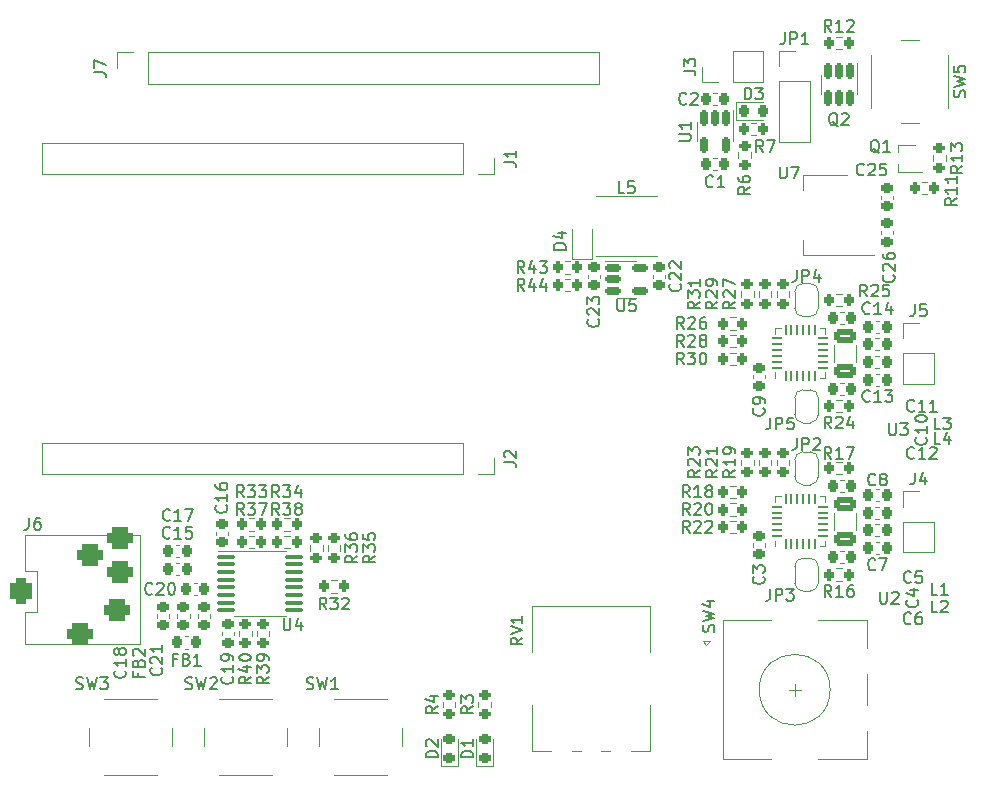
<source format=gto>
G04 #@! TF.GenerationSoftware,KiCad,Pcbnew,(6.0.7)*
G04 #@! TF.CreationDate,2022-10-03T20:14:31+03:00*
G04 #@! TF.ProjectId,ESP32_blAudio_portable,45535033-325f-4626-9c41-7564696f5f70,rev?*
G04 #@! TF.SameCoordinates,Original*
G04 #@! TF.FileFunction,Legend,Top*
G04 #@! TF.FilePolarity,Positive*
%FSLAX46Y46*%
G04 Gerber Fmt 4.6, Leading zero omitted, Abs format (unit mm)*
G04 Created by KiCad (PCBNEW (6.0.7)) date 2022-10-03 20:14:31*
%MOMM*%
%LPD*%
G01*
G04 APERTURE LIST*
G04 Aperture macros list*
%AMRoundRect*
0 Rectangle with rounded corners*
0 $1 Rounding radius*
0 $2 $3 $4 $5 $6 $7 $8 $9 X,Y pos of 4 corners*
0 Add a 4 corners polygon primitive as box body*
4,1,4,$2,$3,$4,$5,$6,$7,$8,$9,$2,$3,0*
0 Add four circle primitives for the rounded corners*
1,1,$1+$1,$2,$3*
1,1,$1+$1,$4,$5*
1,1,$1+$1,$6,$7*
1,1,$1+$1,$8,$9*
0 Add four rect primitives between the rounded corners*
20,1,$1+$1,$2,$3,$4,$5,0*
20,1,$1+$1,$4,$5,$6,$7,0*
20,1,$1+$1,$6,$7,$8,$9,0*
20,1,$1+$1,$8,$9,$2,$3,0*%
%AMFreePoly0*
4,1,22,0.500000,-0.750000,0.000000,-0.750000,0.000000,-0.745033,-0.079941,-0.743568,-0.215256,-0.701293,-0.333266,-0.622738,-0.424486,-0.514219,-0.481581,-0.384460,-0.499164,-0.250000,-0.500000,-0.250000,-0.500000,0.250000,-0.499164,0.250000,-0.499963,0.256109,-0.478152,0.396186,-0.417904,0.524511,-0.324060,0.630769,-0.204165,0.706417,-0.067858,0.745374,0.000000,0.744959,0.000000,0.750000,
0.500000,0.750000,0.500000,-0.750000,0.500000,-0.750000,$1*%
%AMFreePoly1*
4,1,20,0.000000,0.744959,0.073905,0.744508,0.209726,0.703889,0.328688,0.626782,0.421226,0.519385,0.479903,0.390333,0.500000,0.250000,0.500000,-0.250000,0.499851,-0.262216,0.476331,-0.402017,0.414519,-0.529596,0.319384,-0.634700,0.198574,-0.708877,0.061801,-0.746166,0.000000,-0.745033,0.000000,-0.750000,-0.500000,-0.750000,-0.500000,0.750000,0.000000,0.750000,0.000000,0.744959,
0.000000,0.744959,$1*%
G04 Aperture macros list end*
%ADD10C,0.150000*%
%ADD11C,0.120000*%
%ADD12C,1.300000*%
%ADD13RoundRect,0.450000X-0.650000X-0.450000X0.650000X-0.450000X0.650000X0.450000X-0.650000X0.450000X0*%
%ADD14RoundRect,0.450000X0.450000X-0.650000X0.450000X0.650000X-0.450000X0.650000X-0.450000X-0.650000X0*%
%ADD15R,1.700000X1.700000*%
%ADD16O,1.700000X1.700000*%
%ADD17RoundRect,0.250000X0.650000X-0.325000X0.650000X0.325000X-0.650000X0.325000X-0.650000X-0.325000X0*%
%ADD18RoundRect,0.200000X-0.200000X-0.275000X0.200000X-0.275000X0.200000X0.275000X-0.200000X0.275000X0*%
%ADD19RoundRect,0.200000X0.200000X0.275000X-0.200000X0.275000X-0.200000X-0.275000X0.200000X-0.275000X0*%
%ADD20RoundRect,0.200000X-0.275000X0.200000X-0.275000X-0.200000X0.275000X-0.200000X0.275000X0.200000X0*%
%ADD21RoundRect,0.150000X-0.150000X0.512500X-0.150000X-0.512500X0.150000X-0.512500X0.150000X0.512500X0*%
%ADD22C,2.000000*%
%ADD23R,3.200000X2.000000*%
%ADD24R,2.000000X2.000000*%
%ADD25C,4.000000*%
%ADD26C,1.800000*%
%ADD27RoundRect,0.225000X-0.225000X-0.250000X0.225000X-0.250000X0.225000X0.250000X-0.225000X0.250000X0*%
%ADD28RoundRect,0.225000X-0.250000X0.225000X-0.250000X-0.225000X0.250000X-0.225000X0.250000X0.225000X0*%
%ADD29RoundRect,0.218750X0.256250X-0.218750X0.256250X0.218750X-0.256250X0.218750X-0.256250X-0.218750X0*%
%ADD30RoundRect,0.218750X-0.218750X-0.256250X0.218750X-0.256250X0.218750X0.256250X-0.218750X0.256250X0*%
%ADD31R,0.700000X0.450000*%
%ADD32RoundRect,0.100000X-0.637500X-0.100000X0.637500X-0.100000X0.637500X0.100000X-0.637500X0.100000X0*%
%ADD33RoundRect,0.200000X0.275000X-0.200000X0.275000X0.200000X-0.275000X0.200000X-0.275000X-0.200000X0*%
%ADD34RoundRect,0.225000X0.225000X0.250000X-0.225000X0.250000X-0.225000X-0.250000X0.225000X-0.250000X0*%
%ADD35C,3.200000*%
%ADD36FreePoly0,90.000000*%
%ADD37FreePoly1,90.000000*%
%ADD38R,0.450000X0.600000*%
%ADD39R,1.500000X4.000000*%
%ADD40R,2.000000X1.500000*%
%ADD41R,2.000000X3.800000*%
%ADD42RoundRect,0.225000X0.250000X-0.225000X0.250000X0.225000X-0.250000X0.225000X-0.250000X-0.225000X0*%
%ADD43RoundRect,0.062500X0.062500X-0.375000X0.062500X0.375000X-0.062500X0.375000X-0.062500X-0.375000X0*%
%ADD44RoundRect,0.062500X0.375000X-0.062500X0.375000X0.062500X-0.375000X0.062500X-0.375000X-0.062500X0*%
%ADD45R,2.600000X2.600000*%
%ADD46RoundRect,0.150000X-0.512500X-0.150000X0.512500X-0.150000X0.512500X0.150000X-0.512500X0.150000X0*%
%ADD47FreePoly0,270.000000*%
%ADD48FreePoly1,270.000000*%
G04 APERTURE END LIST*
D10*
X53416666Y-63452380D02*
X53416666Y-64166666D01*
X53369047Y-64309523D01*
X53273809Y-64404761D01*
X53130952Y-64452380D01*
X53035714Y-64452380D01*
X54321428Y-63452380D02*
X54130952Y-63452380D01*
X54035714Y-63500000D01*
X53988095Y-63547619D01*
X53892857Y-63690476D01*
X53845238Y-63880952D01*
X53845238Y-64261904D01*
X53892857Y-64357142D01*
X53940476Y-64404761D01*
X54035714Y-64452380D01*
X54226190Y-64452380D01*
X54321428Y-64404761D01*
X54369047Y-64357142D01*
X54416666Y-64261904D01*
X54416666Y-64023809D01*
X54369047Y-63928571D01*
X54321428Y-63880952D01*
X54226190Y-63833333D01*
X54035714Y-63833333D01*
X53940476Y-63880952D01*
X53892857Y-63928571D01*
X53845238Y-64023809D01*
X128416666Y-45372380D02*
X128416666Y-46086666D01*
X128369047Y-46229523D01*
X128273809Y-46324761D01*
X128130952Y-46372380D01*
X128035714Y-46372380D01*
X129369047Y-45372380D02*
X128892857Y-45372380D01*
X128845238Y-45848571D01*
X128892857Y-45800952D01*
X128988095Y-45753333D01*
X129226190Y-45753333D01*
X129321428Y-45800952D01*
X129369047Y-45848571D01*
X129416666Y-45943809D01*
X129416666Y-46181904D01*
X129369047Y-46277142D01*
X129321428Y-46324761D01*
X129226190Y-46372380D01*
X128988095Y-46372380D01*
X128892857Y-46324761D01*
X128845238Y-46277142D01*
X128607142Y-70416666D02*
X128654761Y-70464285D01*
X128702380Y-70607142D01*
X128702380Y-70702380D01*
X128654761Y-70845238D01*
X128559523Y-70940476D01*
X128464285Y-70988095D01*
X128273809Y-71035714D01*
X128130952Y-71035714D01*
X127940476Y-70988095D01*
X127845238Y-70940476D01*
X127750000Y-70845238D01*
X127702380Y-70702380D01*
X127702380Y-70607142D01*
X127750000Y-70464285D01*
X127797619Y-70416666D01*
X128035714Y-69559523D02*
X128702380Y-69559523D01*
X127654761Y-69797619D02*
X128369047Y-70035714D01*
X128369047Y-69416666D01*
X109357142Y-61702380D02*
X109023809Y-61226190D01*
X108785714Y-61702380D02*
X108785714Y-60702380D01*
X109166666Y-60702380D01*
X109261904Y-60750000D01*
X109309523Y-60797619D01*
X109357142Y-60892857D01*
X109357142Y-61035714D01*
X109309523Y-61130952D01*
X109261904Y-61178571D01*
X109166666Y-61226190D01*
X108785714Y-61226190D01*
X110309523Y-61702380D02*
X109738095Y-61702380D01*
X110023809Y-61702380D02*
X110023809Y-60702380D01*
X109928571Y-60845238D01*
X109833333Y-60940476D01*
X109738095Y-60988095D01*
X110880952Y-61130952D02*
X110785714Y-61083333D01*
X110738095Y-61035714D01*
X110690476Y-60940476D01*
X110690476Y-60892857D01*
X110738095Y-60797619D01*
X110785714Y-60750000D01*
X110880952Y-60702380D01*
X111071428Y-60702380D01*
X111166666Y-60750000D01*
X111214285Y-60797619D01*
X111261904Y-60892857D01*
X111261904Y-60940476D01*
X111214285Y-61035714D01*
X111166666Y-61083333D01*
X111071428Y-61130952D01*
X110880952Y-61130952D01*
X110785714Y-61178571D01*
X110738095Y-61226190D01*
X110690476Y-61321428D01*
X110690476Y-61511904D01*
X110738095Y-61607142D01*
X110785714Y-61654761D01*
X110880952Y-61702380D01*
X111071428Y-61702380D01*
X111166666Y-61654761D01*
X111214285Y-61607142D01*
X111261904Y-61511904D01*
X111261904Y-61321428D01*
X111214285Y-61226190D01*
X111166666Y-61178571D01*
X111071428Y-61130952D01*
X78607142Y-71202380D02*
X78273809Y-70726190D01*
X78035714Y-71202380D02*
X78035714Y-70202380D01*
X78416666Y-70202380D01*
X78511904Y-70250000D01*
X78559523Y-70297619D01*
X78607142Y-70392857D01*
X78607142Y-70535714D01*
X78559523Y-70630952D01*
X78511904Y-70678571D01*
X78416666Y-70726190D01*
X78035714Y-70726190D01*
X78940476Y-70202380D02*
X79559523Y-70202380D01*
X79226190Y-70583333D01*
X79369047Y-70583333D01*
X79464285Y-70630952D01*
X79511904Y-70678571D01*
X79559523Y-70773809D01*
X79559523Y-71011904D01*
X79511904Y-71107142D01*
X79464285Y-71154761D01*
X79369047Y-71202380D01*
X79083333Y-71202380D01*
X78988095Y-71154761D01*
X78940476Y-71107142D01*
X79940476Y-70297619D02*
X79988095Y-70250000D01*
X80083333Y-70202380D01*
X80321428Y-70202380D01*
X80416666Y-70250000D01*
X80464285Y-70297619D01*
X80511904Y-70392857D01*
X80511904Y-70488095D01*
X80464285Y-70630952D01*
X79892857Y-71202380D01*
X80511904Y-71202380D01*
X117416666Y-22347380D02*
X117416666Y-23061666D01*
X117369047Y-23204523D01*
X117273809Y-23299761D01*
X117130952Y-23347380D01*
X117035714Y-23347380D01*
X117892857Y-23347380D02*
X117892857Y-22347380D01*
X118273809Y-22347380D01*
X118369047Y-22395000D01*
X118416666Y-22442619D01*
X118464285Y-22537857D01*
X118464285Y-22680714D01*
X118416666Y-22775952D01*
X118369047Y-22823571D01*
X118273809Y-22871190D01*
X117892857Y-22871190D01*
X119416666Y-23347380D02*
X118845238Y-23347380D01*
X119130952Y-23347380D02*
X119130952Y-22347380D01*
X119035714Y-22490238D01*
X118940476Y-22585476D01*
X118845238Y-22633095D01*
X121357142Y-58452380D02*
X121023809Y-57976190D01*
X120785714Y-58452380D02*
X120785714Y-57452380D01*
X121166666Y-57452380D01*
X121261904Y-57500000D01*
X121309523Y-57547619D01*
X121357142Y-57642857D01*
X121357142Y-57785714D01*
X121309523Y-57880952D01*
X121261904Y-57928571D01*
X121166666Y-57976190D01*
X120785714Y-57976190D01*
X122309523Y-58452380D02*
X121738095Y-58452380D01*
X122023809Y-58452380D02*
X122023809Y-57452380D01*
X121928571Y-57595238D01*
X121833333Y-57690476D01*
X121738095Y-57738095D01*
X122642857Y-57452380D02*
X123309523Y-57452380D01*
X122880952Y-58452380D01*
X121357142Y-22272380D02*
X121023809Y-21796190D01*
X120785714Y-22272380D02*
X120785714Y-21272380D01*
X121166666Y-21272380D01*
X121261904Y-21320000D01*
X121309523Y-21367619D01*
X121357142Y-21462857D01*
X121357142Y-21605714D01*
X121309523Y-21700952D01*
X121261904Y-21748571D01*
X121166666Y-21796190D01*
X120785714Y-21796190D01*
X122309523Y-22272380D02*
X121738095Y-22272380D01*
X122023809Y-22272380D02*
X122023809Y-21272380D01*
X121928571Y-21415238D01*
X121833333Y-21510476D01*
X121738095Y-21558095D01*
X122690476Y-21367619D02*
X122738095Y-21320000D01*
X122833333Y-21272380D01*
X123071428Y-21272380D01*
X123166666Y-21320000D01*
X123214285Y-21367619D01*
X123261904Y-21462857D01*
X123261904Y-21558095D01*
X123214285Y-21700952D01*
X122642857Y-22272380D01*
X123261904Y-22272380D01*
X95357142Y-42702380D02*
X95023809Y-42226190D01*
X94785714Y-42702380D02*
X94785714Y-41702380D01*
X95166666Y-41702380D01*
X95261904Y-41750000D01*
X95309523Y-41797619D01*
X95357142Y-41892857D01*
X95357142Y-42035714D01*
X95309523Y-42130952D01*
X95261904Y-42178571D01*
X95166666Y-42226190D01*
X94785714Y-42226190D01*
X96214285Y-42035714D02*
X96214285Y-42702380D01*
X95976190Y-41654761D02*
X95738095Y-42369047D01*
X96357142Y-42369047D01*
X96642857Y-41702380D02*
X97261904Y-41702380D01*
X96928571Y-42083333D01*
X97071428Y-42083333D01*
X97166666Y-42130952D01*
X97214285Y-42178571D01*
X97261904Y-42273809D01*
X97261904Y-42511904D01*
X97214285Y-42607142D01*
X97166666Y-42654761D01*
X97071428Y-42702380D01*
X96785714Y-42702380D01*
X96690476Y-42654761D01*
X96642857Y-42607142D01*
X110202380Y-45142857D02*
X109726190Y-45476190D01*
X110202380Y-45714285D02*
X109202380Y-45714285D01*
X109202380Y-45333333D01*
X109250000Y-45238095D01*
X109297619Y-45190476D01*
X109392857Y-45142857D01*
X109535714Y-45142857D01*
X109630952Y-45190476D01*
X109678571Y-45238095D01*
X109726190Y-45333333D01*
X109726190Y-45714285D01*
X109202380Y-44809523D02*
X109202380Y-44190476D01*
X109583333Y-44523809D01*
X109583333Y-44380952D01*
X109630952Y-44285714D01*
X109678571Y-44238095D01*
X109773809Y-44190476D01*
X110011904Y-44190476D01*
X110107142Y-44238095D01*
X110154761Y-44285714D01*
X110202380Y-44380952D01*
X110202380Y-44666666D01*
X110154761Y-44761904D01*
X110107142Y-44809523D01*
X110202380Y-43238095D02*
X110202380Y-43809523D01*
X110202380Y-43523809D02*
X109202380Y-43523809D01*
X109345238Y-43619047D01*
X109440476Y-43714285D01*
X109488095Y-43809523D01*
X74607142Y-61702380D02*
X74273809Y-61226190D01*
X74035714Y-61702380D02*
X74035714Y-60702380D01*
X74416666Y-60702380D01*
X74511904Y-60750000D01*
X74559523Y-60797619D01*
X74607142Y-60892857D01*
X74607142Y-61035714D01*
X74559523Y-61130952D01*
X74511904Y-61178571D01*
X74416666Y-61226190D01*
X74035714Y-61226190D01*
X74940476Y-60702380D02*
X75559523Y-60702380D01*
X75226190Y-61083333D01*
X75369047Y-61083333D01*
X75464285Y-61130952D01*
X75511904Y-61178571D01*
X75559523Y-61273809D01*
X75559523Y-61511904D01*
X75511904Y-61607142D01*
X75464285Y-61654761D01*
X75369047Y-61702380D01*
X75083333Y-61702380D01*
X74988095Y-61654761D01*
X74940476Y-61607142D01*
X76416666Y-61035714D02*
X76416666Y-61702380D01*
X76178571Y-60654761D02*
X75940476Y-61369047D01*
X76559523Y-61369047D01*
X108452380Y-31511904D02*
X109261904Y-31511904D01*
X109357142Y-31464285D01*
X109404761Y-31416666D01*
X109452380Y-31321428D01*
X109452380Y-31130952D01*
X109404761Y-31035714D01*
X109357142Y-30988095D01*
X109261904Y-30940476D01*
X108452380Y-30940476D01*
X109452380Y-29940476D02*
X109452380Y-30511904D01*
X109452380Y-30226190D02*
X108452380Y-30226190D01*
X108595238Y-30321428D01*
X108690476Y-30416666D01*
X108738095Y-30511904D01*
X111404761Y-73083333D02*
X111452380Y-72940476D01*
X111452380Y-72702380D01*
X111404761Y-72607142D01*
X111357142Y-72559523D01*
X111261904Y-72511904D01*
X111166666Y-72511904D01*
X111071428Y-72559523D01*
X111023809Y-72607142D01*
X110976190Y-72702380D01*
X110928571Y-72892857D01*
X110880952Y-72988095D01*
X110833333Y-73035714D01*
X110738095Y-73083333D01*
X110642857Y-73083333D01*
X110547619Y-73035714D01*
X110500000Y-72988095D01*
X110452380Y-72892857D01*
X110452380Y-72654761D01*
X110500000Y-72511904D01*
X110452380Y-72178571D02*
X111452380Y-71940476D01*
X110738095Y-71750000D01*
X111452380Y-71559523D01*
X110452380Y-71321428D01*
X110785714Y-70511904D02*
X111452380Y-70511904D01*
X110404761Y-70750000D02*
X111119047Y-70988095D01*
X111119047Y-70369047D01*
X95202380Y-73595238D02*
X94726190Y-73928571D01*
X95202380Y-74166666D02*
X94202380Y-74166666D01*
X94202380Y-73785714D01*
X94250000Y-73690476D01*
X94297619Y-73642857D01*
X94392857Y-73595238D01*
X94535714Y-73595238D01*
X94630952Y-73642857D01*
X94678571Y-73690476D01*
X94726190Y-73785714D01*
X94726190Y-74166666D01*
X94202380Y-73309523D02*
X95202380Y-72976190D01*
X94202380Y-72642857D01*
X95202380Y-71785714D02*
X95202380Y-72357142D01*
X95202380Y-72071428D02*
X94202380Y-72071428D01*
X94345238Y-72166666D01*
X94440476Y-72261904D01*
X94488095Y-72357142D01*
X128083333Y-72357142D02*
X128035714Y-72404761D01*
X127892857Y-72452380D01*
X127797619Y-72452380D01*
X127654761Y-72404761D01*
X127559523Y-72309523D01*
X127511904Y-72214285D01*
X127464285Y-72023809D01*
X127464285Y-71880952D01*
X127511904Y-71690476D01*
X127559523Y-71595238D01*
X127654761Y-71500000D01*
X127797619Y-71452380D01*
X127892857Y-71452380D01*
X128035714Y-71500000D01*
X128083333Y-71547619D01*
X128940476Y-71452380D02*
X128750000Y-71452380D01*
X128654761Y-71500000D01*
X128607142Y-71547619D01*
X128511904Y-71690476D01*
X128464285Y-71880952D01*
X128464285Y-72261904D01*
X128511904Y-72357142D01*
X128559523Y-72404761D01*
X128654761Y-72452380D01*
X128845238Y-72452380D01*
X128940476Y-72404761D01*
X128988095Y-72357142D01*
X129035714Y-72261904D01*
X129035714Y-72023809D01*
X128988095Y-71928571D01*
X128940476Y-71880952D01*
X128845238Y-71833333D01*
X128654761Y-71833333D01*
X128559523Y-71880952D01*
X128511904Y-71928571D01*
X128464285Y-72023809D01*
X126607142Y-42892857D02*
X126654761Y-42940476D01*
X126702380Y-43083333D01*
X126702380Y-43178571D01*
X126654761Y-43321428D01*
X126559523Y-43416666D01*
X126464285Y-43464285D01*
X126273809Y-43511904D01*
X126130952Y-43511904D01*
X125940476Y-43464285D01*
X125845238Y-43416666D01*
X125750000Y-43321428D01*
X125702380Y-43178571D01*
X125702380Y-43083333D01*
X125750000Y-42940476D01*
X125797619Y-42892857D01*
X125797619Y-42511904D02*
X125750000Y-42464285D01*
X125702380Y-42369047D01*
X125702380Y-42130952D01*
X125750000Y-42035714D01*
X125797619Y-41988095D01*
X125892857Y-41940476D01*
X125988095Y-41940476D01*
X126130952Y-41988095D01*
X126702380Y-42559523D01*
X126702380Y-41940476D01*
X125702380Y-41083333D02*
X125702380Y-41273809D01*
X125750000Y-41369047D01*
X125797619Y-41416666D01*
X125940476Y-41511904D01*
X126130952Y-41559523D01*
X126511904Y-41559523D01*
X126607142Y-41511904D01*
X126654761Y-41464285D01*
X126702380Y-41369047D01*
X126702380Y-41178571D01*
X126654761Y-41083333D01*
X126607142Y-41035714D01*
X126511904Y-40988095D01*
X126273809Y-40988095D01*
X126178571Y-41035714D01*
X126130952Y-41083333D01*
X126083333Y-41178571D01*
X126083333Y-41369047D01*
X126130952Y-41464285D01*
X126178571Y-41511904D01*
X126273809Y-41559523D01*
X88022380Y-83738095D02*
X87022380Y-83738095D01*
X87022380Y-83500000D01*
X87070000Y-83357142D01*
X87165238Y-83261904D01*
X87260476Y-83214285D01*
X87450952Y-83166666D01*
X87593809Y-83166666D01*
X87784285Y-83214285D01*
X87879523Y-83261904D01*
X87974761Y-83357142D01*
X88022380Y-83500000D01*
X88022380Y-83738095D01*
X87117619Y-82785714D02*
X87070000Y-82738095D01*
X87022380Y-82642857D01*
X87022380Y-82404761D01*
X87070000Y-82309523D01*
X87117619Y-82261904D01*
X87212857Y-82214285D01*
X87308095Y-82214285D01*
X87450952Y-82261904D01*
X88022380Y-82833333D01*
X88022380Y-82214285D01*
X130333333Y-71452380D02*
X129857142Y-71452380D01*
X129857142Y-70452380D01*
X130619047Y-70547619D02*
X130666666Y-70500000D01*
X130761904Y-70452380D01*
X131000000Y-70452380D01*
X131095238Y-70500000D01*
X131142857Y-70547619D01*
X131190476Y-70642857D01*
X131190476Y-70738095D01*
X131142857Y-70880952D01*
X130571428Y-71452380D01*
X131190476Y-71452380D01*
X125404761Y-32547619D02*
X125309523Y-32500000D01*
X125214285Y-32404761D01*
X125071428Y-32261904D01*
X124976190Y-32214285D01*
X124880952Y-32214285D01*
X124928571Y-32452380D02*
X124833333Y-32404761D01*
X124738095Y-32309523D01*
X124690476Y-32119047D01*
X124690476Y-31785714D01*
X124738095Y-31595238D01*
X124833333Y-31500000D01*
X124928571Y-31452380D01*
X125119047Y-31452380D01*
X125214285Y-31500000D01*
X125309523Y-31595238D01*
X125357142Y-31785714D01*
X125357142Y-32119047D01*
X125309523Y-32309523D01*
X125214285Y-32404761D01*
X125119047Y-32452380D01*
X124928571Y-32452380D01*
X126309523Y-32452380D02*
X125738095Y-32452380D01*
X126023809Y-32452380D02*
X126023809Y-31452380D01*
X125928571Y-31595238D01*
X125833333Y-31690476D01*
X125738095Y-31738095D01*
X74988095Y-71952380D02*
X74988095Y-72761904D01*
X75035714Y-72857142D01*
X75083333Y-72904761D01*
X75178571Y-72952380D01*
X75369047Y-72952380D01*
X75464285Y-72904761D01*
X75511904Y-72857142D01*
X75559523Y-72761904D01*
X75559523Y-71952380D01*
X76464285Y-72285714D02*
X76464285Y-72952380D01*
X76226190Y-71904761D02*
X75988095Y-72619047D01*
X76607142Y-72619047D01*
X71607142Y-61702380D02*
X71273809Y-61226190D01*
X71035714Y-61702380D02*
X71035714Y-60702380D01*
X71416666Y-60702380D01*
X71511904Y-60750000D01*
X71559523Y-60797619D01*
X71607142Y-60892857D01*
X71607142Y-61035714D01*
X71559523Y-61130952D01*
X71511904Y-61178571D01*
X71416666Y-61226190D01*
X71035714Y-61226190D01*
X71940476Y-60702380D02*
X72559523Y-60702380D01*
X72226190Y-61083333D01*
X72369047Y-61083333D01*
X72464285Y-61130952D01*
X72511904Y-61178571D01*
X72559523Y-61273809D01*
X72559523Y-61511904D01*
X72511904Y-61607142D01*
X72464285Y-61654761D01*
X72369047Y-61702380D01*
X72083333Y-61702380D01*
X71988095Y-61654761D01*
X71940476Y-61607142D01*
X72892857Y-60702380D02*
X73511904Y-60702380D01*
X73178571Y-61083333D01*
X73321428Y-61083333D01*
X73416666Y-61130952D01*
X73464285Y-61178571D01*
X73511904Y-61273809D01*
X73511904Y-61511904D01*
X73464285Y-61607142D01*
X73416666Y-61654761D01*
X73321428Y-61702380D01*
X73035714Y-61702380D01*
X72940476Y-61654761D01*
X72892857Y-61607142D01*
X81202380Y-66642857D02*
X80726190Y-66976190D01*
X81202380Y-67214285D02*
X80202380Y-67214285D01*
X80202380Y-66833333D01*
X80250000Y-66738095D01*
X80297619Y-66690476D01*
X80392857Y-66642857D01*
X80535714Y-66642857D01*
X80630952Y-66690476D01*
X80678571Y-66738095D01*
X80726190Y-66833333D01*
X80726190Y-67214285D01*
X80202380Y-66309523D02*
X80202380Y-65690476D01*
X80583333Y-66023809D01*
X80583333Y-65880952D01*
X80630952Y-65785714D01*
X80678571Y-65738095D01*
X80773809Y-65690476D01*
X81011904Y-65690476D01*
X81107142Y-65738095D01*
X81154761Y-65785714D01*
X81202380Y-65880952D01*
X81202380Y-66166666D01*
X81154761Y-66261904D01*
X81107142Y-66309523D01*
X80202380Y-64833333D02*
X80202380Y-65023809D01*
X80250000Y-65119047D01*
X80297619Y-65166666D01*
X80440476Y-65261904D01*
X80630952Y-65309523D01*
X81011904Y-65309523D01*
X81107142Y-65261904D01*
X81154761Y-65214285D01*
X81202380Y-65119047D01*
X81202380Y-64928571D01*
X81154761Y-64833333D01*
X81107142Y-64785714D01*
X81011904Y-64738095D01*
X80773809Y-64738095D01*
X80678571Y-64785714D01*
X80630952Y-64833333D01*
X80583333Y-64928571D01*
X80583333Y-65119047D01*
X80630952Y-65214285D01*
X80678571Y-65261904D01*
X80773809Y-65309523D01*
X121357142Y-55882380D02*
X121023809Y-55406190D01*
X120785714Y-55882380D02*
X120785714Y-54882380D01*
X121166666Y-54882380D01*
X121261904Y-54930000D01*
X121309523Y-54977619D01*
X121357142Y-55072857D01*
X121357142Y-55215714D01*
X121309523Y-55310952D01*
X121261904Y-55358571D01*
X121166666Y-55406190D01*
X120785714Y-55406190D01*
X121738095Y-54977619D02*
X121785714Y-54930000D01*
X121880952Y-54882380D01*
X122119047Y-54882380D01*
X122214285Y-54930000D01*
X122261904Y-54977619D01*
X122309523Y-55072857D01*
X122309523Y-55168095D01*
X122261904Y-55310952D01*
X121690476Y-55882380D01*
X122309523Y-55882380D01*
X123166666Y-55215714D02*
X123166666Y-55882380D01*
X122928571Y-54834761D02*
X122690476Y-55549047D01*
X123309523Y-55549047D01*
X108857142Y-48952380D02*
X108523809Y-48476190D01*
X108285714Y-48952380D02*
X108285714Y-47952380D01*
X108666666Y-47952380D01*
X108761904Y-48000000D01*
X108809523Y-48047619D01*
X108857142Y-48142857D01*
X108857142Y-48285714D01*
X108809523Y-48380952D01*
X108761904Y-48428571D01*
X108666666Y-48476190D01*
X108285714Y-48476190D01*
X109238095Y-48047619D02*
X109285714Y-48000000D01*
X109380952Y-47952380D01*
X109619047Y-47952380D01*
X109714285Y-48000000D01*
X109761904Y-48047619D01*
X109809523Y-48142857D01*
X109809523Y-48238095D01*
X109761904Y-48380952D01*
X109190476Y-48952380D01*
X109809523Y-48952380D01*
X110380952Y-48380952D02*
X110285714Y-48333333D01*
X110238095Y-48285714D01*
X110190476Y-48190476D01*
X110190476Y-48142857D01*
X110238095Y-48047619D01*
X110285714Y-48000000D01*
X110380952Y-47952380D01*
X110571428Y-47952380D01*
X110666666Y-48000000D01*
X110714285Y-48047619D01*
X110761904Y-48142857D01*
X110761904Y-48190476D01*
X110714285Y-48285714D01*
X110666666Y-48333333D01*
X110571428Y-48380952D01*
X110380952Y-48380952D01*
X110285714Y-48428571D01*
X110238095Y-48476190D01*
X110190476Y-48571428D01*
X110190476Y-48761904D01*
X110238095Y-48857142D01*
X110285714Y-48904761D01*
X110380952Y-48952380D01*
X110571428Y-48952380D01*
X110666666Y-48904761D01*
X110714285Y-48857142D01*
X110761904Y-48761904D01*
X110761904Y-48571428D01*
X110714285Y-48476190D01*
X110666666Y-48428571D01*
X110571428Y-48380952D01*
X74607142Y-63202380D02*
X74273809Y-62726190D01*
X74035714Y-63202380D02*
X74035714Y-62202380D01*
X74416666Y-62202380D01*
X74511904Y-62250000D01*
X74559523Y-62297619D01*
X74607142Y-62392857D01*
X74607142Y-62535714D01*
X74559523Y-62630952D01*
X74511904Y-62678571D01*
X74416666Y-62726190D01*
X74035714Y-62726190D01*
X74940476Y-62202380D02*
X75559523Y-62202380D01*
X75226190Y-62583333D01*
X75369047Y-62583333D01*
X75464285Y-62630952D01*
X75511904Y-62678571D01*
X75559523Y-62773809D01*
X75559523Y-63011904D01*
X75511904Y-63107142D01*
X75464285Y-63154761D01*
X75369047Y-63202380D01*
X75083333Y-63202380D01*
X74988095Y-63154761D01*
X74940476Y-63107142D01*
X76130952Y-62630952D02*
X76035714Y-62583333D01*
X75988095Y-62535714D01*
X75940476Y-62440476D01*
X75940476Y-62392857D01*
X75988095Y-62297619D01*
X76035714Y-62250000D01*
X76130952Y-62202380D01*
X76321428Y-62202380D01*
X76416666Y-62250000D01*
X76464285Y-62297619D01*
X76511904Y-62392857D01*
X76511904Y-62440476D01*
X76464285Y-62535714D01*
X76416666Y-62583333D01*
X76321428Y-62630952D01*
X76130952Y-62630952D01*
X76035714Y-62678571D01*
X75988095Y-62726190D01*
X75940476Y-62821428D01*
X75940476Y-63011904D01*
X75988095Y-63107142D01*
X76035714Y-63154761D01*
X76130952Y-63202380D01*
X76321428Y-63202380D01*
X76416666Y-63154761D01*
X76464285Y-63107142D01*
X76511904Y-63011904D01*
X76511904Y-62821428D01*
X76464285Y-62726190D01*
X76416666Y-62678571D01*
X76321428Y-62630952D01*
X128083333Y-68857142D02*
X128035714Y-68904761D01*
X127892857Y-68952380D01*
X127797619Y-68952380D01*
X127654761Y-68904761D01*
X127559523Y-68809523D01*
X127511904Y-68714285D01*
X127464285Y-68523809D01*
X127464285Y-68380952D01*
X127511904Y-68190476D01*
X127559523Y-68095238D01*
X127654761Y-68000000D01*
X127797619Y-67952380D01*
X127892857Y-67952380D01*
X128035714Y-68000000D01*
X128083333Y-68047619D01*
X128988095Y-67952380D02*
X128511904Y-67952380D01*
X128464285Y-68428571D01*
X128511904Y-68380952D01*
X128607142Y-68333333D01*
X128845238Y-68333333D01*
X128940476Y-68380952D01*
X128988095Y-68428571D01*
X129035714Y-68523809D01*
X129035714Y-68761904D01*
X128988095Y-68857142D01*
X128940476Y-68904761D01*
X128845238Y-68952380D01*
X128607142Y-68952380D01*
X128511904Y-68904761D01*
X128464285Y-68857142D01*
X65357142Y-65107142D02*
X65309523Y-65154761D01*
X65166666Y-65202380D01*
X65071428Y-65202380D01*
X64928571Y-65154761D01*
X64833333Y-65059523D01*
X64785714Y-64964285D01*
X64738095Y-64773809D01*
X64738095Y-64630952D01*
X64785714Y-64440476D01*
X64833333Y-64345238D01*
X64928571Y-64250000D01*
X65071428Y-64202380D01*
X65166666Y-64202380D01*
X65309523Y-64250000D01*
X65357142Y-64297619D01*
X66309523Y-65202380D02*
X65738095Y-65202380D01*
X66023809Y-65202380D02*
X66023809Y-64202380D01*
X65928571Y-64345238D01*
X65833333Y-64440476D01*
X65738095Y-64488095D01*
X67214285Y-64202380D02*
X66738095Y-64202380D01*
X66690476Y-64678571D01*
X66738095Y-64630952D01*
X66833333Y-64583333D01*
X67071428Y-64583333D01*
X67166666Y-64630952D01*
X67214285Y-64678571D01*
X67261904Y-64773809D01*
X67261904Y-65011904D01*
X67214285Y-65107142D01*
X67166666Y-65154761D01*
X67071428Y-65202380D01*
X66833333Y-65202380D01*
X66738095Y-65154761D01*
X66690476Y-65107142D01*
X124607142Y-53537142D02*
X124559523Y-53584761D01*
X124416666Y-53632380D01*
X124321428Y-53632380D01*
X124178571Y-53584761D01*
X124083333Y-53489523D01*
X124035714Y-53394285D01*
X123988095Y-53203809D01*
X123988095Y-53060952D01*
X124035714Y-52870476D01*
X124083333Y-52775238D01*
X124178571Y-52680000D01*
X124321428Y-52632380D01*
X124416666Y-52632380D01*
X124559523Y-52680000D01*
X124607142Y-52727619D01*
X125559523Y-53632380D02*
X124988095Y-53632380D01*
X125273809Y-53632380D02*
X125273809Y-52632380D01*
X125178571Y-52775238D01*
X125083333Y-52870476D01*
X124988095Y-52918095D01*
X125892857Y-52632380D02*
X126511904Y-52632380D01*
X126178571Y-53013333D01*
X126321428Y-53013333D01*
X126416666Y-53060952D01*
X126464285Y-53108571D01*
X126511904Y-53203809D01*
X126511904Y-53441904D01*
X126464285Y-53537142D01*
X126416666Y-53584761D01*
X126321428Y-53632380D01*
X126035714Y-53632380D01*
X125940476Y-53584761D01*
X125892857Y-53537142D01*
X116166666Y-54952380D02*
X116166666Y-55666666D01*
X116119047Y-55809523D01*
X116023809Y-55904761D01*
X115880952Y-55952380D01*
X115785714Y-55952380D01*
X116642857Y-55952380D02*
X116642857Y-54952380D01*
X117023809Y-54952380D01*
X117119047Y-55000000D01*
X117166666Y-55047619D01*
X117214285Y-55142857D01*
X117214285Y-55285714D01*
X117166666Y-55380952D01*
X117119047Y-55428571D01*
X117023809Y-55476190D01*
X116642857Y-55476190D01*
X118119047Y-54952380D02*
X117642857Y-54952380D01*
X117595238Y-55428571D01*
X117642857Y-55380952D01*
X117738095Y-55333333D01*
X117976190Y-55333333D01*
X118071428Y-55380952D01*
X118119047Y-55428571D01*
X118166666Y-55523809D01*
X118166666Y-55761904D01*
X118119047Y-55857142D01*
X118071428Y-55904761D01*
X117976190Y-55952380D01*
X117738095Y-55952380D01*
X117642857Y-55904761D01*
X117595238Y-55857142D01*
X132654761Y-27833333D02*
X132702380Y-27690476D01*
X132702380Y-27452380D01*
X132654761Y-27357142D01*
X132607142Y-27309523D01*
X132511904Y-27261904D01*
X132416666Y-27261904D01*
X132321428Y-27309523D01*
X132273809Y-27357142D01*
X132226190Y-27452380D01*
X132178571Y-27642857D01*
X132130952Y-27738095D01*
X132083333Y-27785714D01*
X131988095Y-27833333D01*
X131892857Y-27833333D01*
X131797619Y-27785714D01*
X131750000Y-27738095D01*
X131702380Y-27642857D01*
X131702380Y-27404761D01*
X131750000Y-27261904D01*
X131702380Y-26928571D02*
X132702380Y-26690476D01*
X131988095Y-26500000D01*
X132702380Y-26309523D01*
X131702380Y-26071428D01*
X131702380Y-25214285D02*
X131702380Y-25690476D01*
X132178571Y-25738095D01*
X132130952Y-25690476D01*
X132083333Y-25595238D01*
X132083333Y-25357142D01*
X132130952Y-25261904D01*
X132178571Y-25214285D01*
X132273809Y-25166666D01*
X132511904Y-25166666D01*
X132607142Y-25214285D01*
X132654761Y-25261904D01*
X132702380Y-25357142D01*
X132702380Y-25595238D01*
X132654761Y-25690476D01*
X132607142Y-25738095D01*
X108857142Y-50452380D02*
X108523809Y-49976190D01*
X108285714Y-50452380D02*
X108285714Y-49452380D01*
X108666666Y-49452380D01*
X108761904Y-49500000D01*
X108809523Y-49547619D01*
X108857142Y-49642857D01*
X108857142Y-49785714D01*
X108809523Y-49880952D01*
X108761904Y-49928571D01*
X108666666Y-49976190D01*
X108285714Y-49976190D01*
X109190476Y-49452380D02*
X109809523Y-49452380D01*
X109476190Y-49833333D01*
X109619047Y-49833333D01*
X109714285Y-49880952D01*
X109761904Y-49928571D01*
X109809523Y-50023809D01*
X109809523Y-50261904D01*
X109761904Y-50357142D01*
X109714285Y-50404761D01*
X109619047Y-50452380D01*
X109333333Y-50452380D01*
X109238095Y-50404761D01*
X109190476Y-50357142D01*
X110428571Y-49452380D02*
X110523809Y-49452380D01*
X110619047Y-49500000D01*
X110666666Y-49547619D01*
X110714285Y-49642857D01*
X110761904Y-49833333D01*
X110761904Y-50071428D01*
X110714285Y-50261904D01*
X110666666Y-50357142D01*
X110619047Y-50404761D01*
X110523809Y-50452380D01*
X110428571Y-50452380D01*
X110333333Y-50404761D01*
X110285714Y-50357142D01*
X110238095Y-50261904D01*
X110190476Y-50071428D01*
X110190476Y-49833333D01*
X110238095Y-49642857D01*
X110285714Y-49547619D01*
X110333333Y-49500000D01*
X110428571Y-49452380D01*
X108857142Y-47452380D02*
X108523809Y-46976190D01*
X108285714Y-47452380D02*
X108285714Y-46452380D01*
X108666666Y-46452380D01*
X108761904Y-46500000D01*
X108809523Y-46547619D01*
X108857142Y-46642857D01*
X108857142Y-46785714D01*
X108809523Y-46880952D01*
X108761904Y-46928571D01*
X108666666Y-46976190D01*
X108285714Y-46976190D01*
X109238095Y-46547619D02*
X109285714Y-46500000D01*
X109380952Y-46452380D01*
X109619047Y-46452380D01*
X109714285Y-46500000D01*
X109761904Y-46547619D01*
X109809523Y-46642857D01*
X109809523Y-46738095D01*
X109761904Y-46880952D01*
X109190476Y-47452380D01*
X109809523Y-47452380D01*
X110666666Y-46452380D02*
X110476190Y-46452380D01*
X110380952Y-46500000D01*
X110333333Y-46547619D01*
X110238095Y-46690476D01*
X110190476Y-46880952D01*
X110190476Y-47261904D01*
X110238095Y-47357142D01*
X110285714Y-47404761D01*
X110380952Y-47452380D01*
X110571428Y-47452380D01*
X110666666Y-47404761D01*
X110714285Y-47357142D01*
X110761904Y-47261904D01*
X110761904Y-47023809D01*
X110714285Y-46928571D01*
X110666666Y-46880952D01*
X110571428Y-46833333D01*
X110380952Y-46833333D01*
X110285714Y-46880952D01*
X110238095Y-46928571D01*
X110190476Y-47023809D01*
X125083333Y-67787142D02*
X125035714Y-67834761D01*
X124892857Y-67882380D01*
X124797619Y-67882380D01*
X124654761Y-67834761D01*
X124559523Y-67739523D01*
X124511904Y-67644285D01*
X124464285Y-67453809D01*
X124464285Y-67310952D01*
X124511904Y-67120476D01*
X124559523Y-67025238D01*
X124654761Y-66930000D01*
X124797619Y-66882380D01*
X124892857Y-66882380D01*
X125035714Y-66930000D01*
X125083333Y-66977619D01*
X125416666Y-66882380D02*
X126083333Y-66882380D01*
X125654761Y-67882380D01*
X114452380Y-35416666D02*
X113976190Y-35750000D01*
X114452380Y-35988095D02*
X113452380Y-35988095D01*
X113452380Y-35607142D01*
X113500000Y-35511904D01*
X113547619Y-35464285D01*
X113642857Y-35416666D01*
X113785714Y-35416666D01*
X113880952Y-35464285D01*
X113928571Y-35511904D01*
X113976190Y-35607142D01*
X113976190Y-35988095D01*
X113452380Y-34559523D02*
X113452380Y-34750000D01*
X113500000Y-34845238D01*
X113547619Y-34892857D01*
X113690476Y-34988095D01*
X113880952Y-35035714D01*
X114261904Y-35035714D01*
X114357142Y-34988095D01*
X114404761Y-34940476D01*
X114452380Y-34845238D01*
X114452380Y-34654761D01*
X114404761Y-34559523D01*
X114357142Y-34511904D01*
X114261904Y-34464285D01*
X114023809Y-34464285D01*
X113928571Y-34511904D01*
X113880952Y-34559523D01*
X113833333Y-34654761D01*
X113833333Y-34845238D01*
X113880952Y-34940476D01*
X113928571Y-34988095D01*
X114023809Y-35035714D01*
X93662380Y-58753333D02*
X94376666Y-58753333D01*
X94519523Y-58800952D01*
X94614761Y-58896190D01*
X94662380Y-59039047D01*
X94662380Y-59134285D01*
X93757619Y-58324761D02*
X93710000Y-58277142D01*
X93662380Y-58181904D01*
X93662380Y-57943809D01*
X93710000Y-57848571D01*
X93757619Y-57800952D01*
X93852857Y-57753333D01*
X93948095Y-57753333D01*
X94090952Y-57800952D01*
X94662380Y-58372380D01*
X94662380Y-57753333D01*
X115607142Y-54166666D02*
X115654761Y-54214285D01*
X115702380Y-54357142D01*
X115702380Y-54452380D01*
X115654761Y-54595238D01*
X115559523Y-54690476D01*
X115464285Y-54738095D01*
X115273809Y-54785714D01*
X115130952Y-54785714D01*
X114940476Y-54738095D01*
X114845238Y-54690476D01*
X114750000Y-54595238D01*
X114702380Y-54452380D01*
X114702380Y-54357142D01*
X114750000Y-54214285D01*
X114797619Y-54166666D01*
X115702380Y-53690476D02*
X115702380Y-53500000D01*
X115654761Y-53404761D01*
X115607142Y-53357142D01*
X115464285Y-53261904D01*
X115273809Y-53214285D01*
X114892857Y-53214285D01*
X114797619Y-53261904D01*
X114750000Y-53309523D01*
X114702380Y-53404761D01*
X114702380Y-53595238D01*
X114750000Y-53690476D01*
X114797619Y-53738095D01*
X114892857Y-53785714D01*
X115130952Y-53785714D01*
X115226190Y-53738095D01*
X115273809Y-53690476D01*
X115321428Y-53595238D01*
X115321428Y-53404761D01*
X115273809Y-53309523D01*
X115226190Y-53261904D01*
X115130952Y-53214285D01*
X91022380Y-79416666D02*
X90546190Y-79750000D01*
X91022380Y-79988095D02*
X90022380Y-79988095D01*
X90022380Y-79607142D01*
X90070000Y-79511904D01*
X90117619Y-79464285D01*
X90212857Y-79416666D01*
X90355714Y-79416666D01*
X90450952Y-79464285D01*
X90498571Y-79511904D01*
X90546190Y-79607142D01*
X90546190Y-79988095D01*
X90022380Y-79083333D02*
X90022380Y-78464285D01*
X90403333Y-78797619D01*
X90403333Y-78654761D01*
X90450952Y-78559523D01*
X90498571Y-78511904D01*
X90593809Y-78464285D01*
X90831904Y-78464285D01*
X90927142Y-78511904D01*
X90974761Y-78559523D01*
X91022380Y-78654761D01*
X91022380Y-78940476D01*
X90974761Y-79035714D01*
X90927142Y-79083333D01*
X76916666Y-77904761D02*
X77059523Y-77952380D01*
X77297619Y-77952380D01*
X77392857Y-77904761D01*
X77440476Y-77857142D01*
X77488095Y-77761904D01*
X77488095Y-77666666D01*
X77440476Y-77571428D01*
X77392857Y-77523809D01*
X77297619Y-77476190D01*
X77107142Y-77428571D01*
X77011904Y-77380952D01*
X76964285Y-77333333D01*
X76916666Y-77238095D01*
X76916666Y-77142857D01*
X76964285Y-77047619D01*
X77011904Y-77000000D01*
X77107142Y-76952380D01*
X77345238Y-76952380D01*
X77488095Y-77000000D01*
X77821428Y-76952380D02*
X78059523Y-77952380D01*
X78250000Y-77238095D01*
X78440476Y-77952380D01*
X78678571Y-76952380D01*
X79583333Y-77952380D02*
X79011904Y-77952380D01*
X79297619Y-77952380D02*
X79297619Y-76952380D01*
X79202380Y-77095238D01*
X79107142Y-77190476D01*
X79011904Y-77238095D01*
X57416666Y-77904761D02*
X57559523Y-77952380D01*
X57797619Y-77952380D01*
X57892857Y-77904761D01*
X57940476Y-77857142D01*
X57988095Y-77761904D01*
X57988095Y-77666666D01*
X57940476Y-77571428D01*
X57892857Y-77523809D01*
X57797619Y-77476190D01*
X57607142Y-77428571D01*
X57511904Y-77380952D01*
X57464285Y-77333333D01*
X57416666Y-77238095D01*
X57416666Y-77142857D01*
X57464285Y-77047619D01*
X57511904Y-77000000D01*
X57607142Y-76952380D01*
X57845238Y-76952380D01*
X57988095Y-77000000D01*
X58321428Y-76952380D02*
X58559523Y-77952380D01*
X58750000Y-77238095D01*
X58940476Y-77952380D01*
X59178571Y-76952380D01*
X59464285Y-76952380D02*
X60083333Y-76952380D01*
X59750000Y-77333333D01*
X59892857Y-77333333D01*
X59988095Y-77380952D01*
X60035714Y-77428571D01*
X60083333Y-77523809D01*
X60083333Y-77761904D01*
X60035714Y-77857142D01*
X59988095Y-77904761D01*
X59892857Y-77952380D01*
X59607142Y-77952380D01*
X59511904Y-77904761D01*
X59464285Y-77857142D01*
X82702380Y-66642857D02*
X82226190Y-66976190D01*
X82702380Y-67214285D02*
X81702380Y-67214285D01*
X81702380Y-66833333D01*
X81750000Y-66738095D01*
X81797619Y-66690476D01*
X81892857Y-66642857D01*
X82035714Y-66642857D01*
X82130952Y-66690476D01*
X82178571Y-66738095D01*
X82226190Y-66833333D01*
X82226190Y-67214285D01*
X81702380Y-66309523D02*
X81702380Y-65690476D01*
X82083333Y-66023809D01*
X82083333Y-65880952D01*
X82130952Y-65785714D01*
X82178571Y-65738095D01*
X82273809Y-65690476D01*
X82511904Y-65690476D01*
X82607142Y-65738095D01*
X82654761Y-65785714D01*
X82702380Y-65880952D01*
X82702380Y-66166666D01*
X82654761Y-66261904D01*
X82607142Y-66309523D01*
X81702380Y-64785714D02*
X81702380Y-65261904D01*
X82178571Y-65309523D01*
X82130952Y-65261904D01*
X82083333Y-65166666D01*
X82083333Y-64928571D01*
X82130952Y-64833333D01*
X82178571Y-64785714D01*
X82273809Y-64738095D01*
X82511904Y-64738095D01*
X82607142Y-64785714D01*
X82654761Y-64833333D01*
X82702380Y-64928571D01*
X82702380Y-65166666D01*
X82654761Y-65261904D01*
X82607142Y-65309523D01*
X58912380Y-25708333D02*
X59626666Y-25708333D01*
X59769523Y-25755952D01*
X59864761Y-25851190D01*
X59912380Y-25994047D01*
X59912380Y-26089285D01*
X58912380Y-25327380D02*
X58912380Y-24660714D01*
X59912380Y-25089285D01*
X98852380Y-40738095D02*
X97852380Y-40738095D01*
X97852380Y-40500000D01*
X97900000Y-40357142D01*
X97995238Y-40261904D01*
X98090476Y-40214285D01*
X98280952Y-40166666D01*
X98423809Y-40166666D01*
X98614285Y-40214285D01*
X98709523Y-40261904D01*
X98804761Y-40357142D01*
X98852380Y-40500000D01*
X98852380Y-40738095D01*
X98185714Y-39309523D02*
X98852380Y-39309523D01*
X97804761Y-39547619D02*
X98519047Y-39785714D01*
X98519047Y-39166666D01*
X103833333Y-35952380D02*
X103357142Y-35952380D01*
X103357142Y-34952380D01*
X104642857Y-34952380D02*
X104166666Y-34952380D01*
X104119047Y-35428571D01*
X104166666Y-35380952D01*
X104261904Y-35333333D01*
X104500000Y-35333333D01*
X104595238Y-35380952D01*
X104642857Y-35428571D01*
X104690476Y-35523809D01*
X104690476Y-35761904D01*
X104642857Y-35857142D01*
X104595238Y-35904761D01*
X104500000Y-35952380D01*
X104261904Y-35952380D01*
X104166666Y-35904761D01*
X104119047Y-35857142D01*
X108537142Y-43642857D02*
X108584761Y-43690476D01*
X108632380Y-43833333D01*
X108632380Y-43928571D01*
X108584761Y-44071428D01*
X108489523Y-44166666D01*
X108394285Y-44214285D01*
X108203809Y-44261904D01*
X108060952Y-44261904D01*
X107870476Y-44214285D01*
X107775238Y-44166666D01*
X107680000Y-44071428D01*
X107632380Y-43928571D01*
X107632380Y-43833333D01*
X107680000Y-43690476D01*
X107727619Y-43642857D01*
X107727619Y-43261904D02*
X107680000Y-43214285D01*
X107632380Y-43119047D01*
X107632380Y-42880952D01*
X107680000Y-42785714D01*
X107727619Y-42738095D01*
X107822857Y-42690476D01*
X107918095Y-42690476D01*
X108060952Y-42738095D01*
X108632380Y-43309523D01*
X108632380Y-42690476D01*
X107727619Y-42309523D02*
X107680000Y-42261904D01*
X107632380Y-42166666D01*
X107632380Y-41928571D01*
X107680000Y-41833333D01*
X107727619Y-41785714D01*
X107822857Y-41738095D01*
X107918095Y-41738095D01*
X108060952Y-41785714D01*
X108632380Y-42357142D01*
X108632380Y-41738095D01*
X113202380Y-59392857D02*
X112726190Y-59726190D01*
X113202380Y-59964285D02*
X112202380Y-59964285D01*
X112202380Y-59583333D01*
X112250000Y-59488095D01*
X112297619Y-59440476D01*
X112392857Y-59392857D01*
X112535714Y-59392857D01*
X112630952Y-59440476D01*
X112678571Y-59488095D01*
X112726190Y-59583333D01*
X112726190Y-59964285D01*
X113202380Y-58440476D02*
X113202380Y-59011904D01*
X113202380Y-58726190D02*
X112202380Y-58726190D01*
X112345238Y-58821428D01*
X112440476Y-58916666D01*
X112488095Y-59011904D01*
X113202380Y-57964285D02*
X113202380Y-57773809D01*
X113154761Y-57678571D01*
X113107142Y-57630952D01*
X112964285Y-57535714D01*
X112773809Y-57488095D01*
X112392857Y-57488095D01*
X112297619Y-57535714D01*
X112250000Y-57583333D01*
X112202380Y-57678571D01*
X112202380Y-57869047D01*
X112250000Y-57964285D01*
X112297619Y-58011904D01*
X112392857Y-58059523D01*
X112630952Y-58059523D01*
X112726190Y-58011904D01*
X112773809Y-57964285D01*
X112821428Y-57869047D01*
X112821428Y-57678571D01*
X112773809Y-57583333D01*
X112726190Y-57535714D01*
X112630952Y-57488095D01*
X124607142Y-46107142D02*
X124559523Y-46154761D01*
X124416666Y-46202380D01*
X124321428Y-46202380D01*
X124178571Y-46154761D01*
X124083333Y-46059523D01*
X124035714Y-45964285D01*
X123988095Y-45773809D01*
X123988095Y-45630952D01*
X124035714Y-45440476D01*
X124083333Y-45345238D01*
X124178571Y-45250000D01*
X124321428Y-45202380D01*
X124416666Y-45202380D01*
X124559523Y-45250000D01*
X124607142Y-45297619D01*
X125559523Y-46202380D02*
X124988095Y-46202380D01*
X125273809Y-46202380D02*
X125273809Y-45202380D01*
X125178571Y-45345238D01*
X125083333Y-45440476D01*
X124988095Y-45488095D01*
X126416666Y-45535714D02*
X126416666Y-46202380D01*
X126178571Y-45154761D02*
X125940476Y-45869047D01*
X126559523Y-45869047D01*
X116988095Y-33702380D02*
X116988095Y-34511904D01*
X117035714Y-34607142D01*
X117083333Y-34654761D01*
X117178571Y-34702380D01*
X117369047Y-34702380D01*
X117464285Y-34654761D01*
X117511904Y-34607142D01*
X117559523Y-34511904D01*
X117559523Y-33702380D01*
X117940476Y-33702380D02*
X118607142Y-33702380D01*
X118178571Y-34702380D01*
X110202380Y-59392857D02*
X109726190Y-59726190D01*
X110202380Y-59964285D02*
X109202380Y-59964285D01*
X109202380Y-59583333D01*
X109250000Y-59488095D01*
X109297619Y-59440476D01*
X109392857Y-59392857D01*
X109535714Y-59392857D01*
X109630952Y-59440476D01*
X109678571Y-59488095D01*
X109726190Y-59583333D01*
X109726190Y-59964285D01*
X109297619Y-59011904D02*
X109250000Y-58964285D01*
X109202380Y-58869047D01*
X109202380Y-58630952D01*
X109250000Y-58535714D01*
X109297619Y-58488095D01*
X109392857Y-58440476D01*
X109488095Y-58440476D01*
X109630952Y-58488095D01*
X110202380Y-59059523D01*
X110202380Y-58440476D01*
X109202380Y-58107142D02*
X109202380Y-57488095D01*
X109583333Y-57821428D01*
X109583333Y-57678571D01*
X109630952Y-57583333D01*
X109678571Y-57535714D01*
X109773809Y-57488095D01*
X110011904Y-57488095D01*
X110107142Y-57535714D01*
X110154761Y-57583333D01*
X110202380Y-57678571D01*
X110202380Y-57964285D01*
X110154761Y-58059523D01*
X110107142Y-58107142D01*
X128416666Y-59622380D02*
X128416666Y-60336666D01*
X128369047Y-60479523D01*
X128273809Y-60574761D01*
X128130952Y-60622380D01*
X128035714Y-60622380D01*
X129321428Y-59955714D02*
X129321428Y-60622380D01*
X129083333Y-59574761D02*
X128845238Y-60289047D01*
X129464285Y-60289047D01*
X109357142Y-64702380D02*
X109023809Y-64226190D01*
X108785714Y-64702380D02*
X108785714Y-63702380D01*
X109166666Y-63702380D01*
X109261904Y-63750000D01*
X109309523Y-63797619D01*
X109357142Y-63892857D01*
X109357142Y-64035714D01*
X109309523Y-64130952D01*
X109261904Y-64178571D01*
X109166666Y-64226190D01*
X108785714Y-64226190D01*
X109738095Y-63797619D02*
X109785714Y-63750000D01*
X109880952Y-63702380D01*
X110119047Y-63702380D01*
X110214285Y-63750000D01*
X110261904Y-63797619D01*
X110309523Y-63892857D01*
X110309523Y-63988095D01*
X110261904Y-64130952D01*
X109690476Y-64702380D01*
X110309523Y-64702380D01*
X110690476Y-63797619D02*
X110738095Y-63750000D01*
X110833333Y-63702380D01*
X111071428Y-63702380D01*
X111166666Y-63750000D01*
X111214285Y-63797619D01*
X111261904Y-63892857D01*
X111261904Y-63988095D01*
X111214285Y-64130952D01*
X110642857Y-64702380D01*
X111261904Y-64702380D01*
X88022380Y-79416666D02*
X87546190Y-79750000D01*
X88022380Y-79988095D02*
X87022380Y-79988095D01*
X87022380Y-79607142D01*
X87070000Y-79511904D01*
X87117619Y-79464285D01*
X87212857Y-79416666D01*
X87355714Y-79416666D01*
X87450952Y-79464285D01*
X87498571Y-79511904D01*
X87546190Y-79607142D01*
X87546190Y-79988095D01*
X87355714Y-78559523D02*
X88022380Y-78559523D01*
X86974761Y-78797619D02*
X87689047Y-79035714D01*
X87689047Y-78416666D01*
X71607142Y-63202380D02*
X71273809Y-62726190D01*
X71035714Y-63202380D02*
X71035714Y-62202380D01*
X71416666Y-62202380D01*
X71511904Y-62250000D01*
X71559523Y-62297619D01*
X71607142Y-62392857D01*
X71607142Y-62535714D01*
X71559523Y-62630952D01*
X71511904Y-62678571D01*
X71416666Y-62726190D01*
X71035714Y-62726190D01*
X71940476Y-62202380D02*
X72559523Y-62202380D01*
X72226190Y-62583333D01*
X72369047Y-62583333D01*
X72464285Y-62630952D01*
X72511904Y-62678571D01*
X72559523Y-62773809D01*
X72559523Y-63011904D01*
X72511904Y-63107142D01*
X72464285Y-63154761D01*
X72369047Y-63202380D01*
X72083333Y-63202380D01*
X71988095Y-63154761D01*
X71940476Y-63107142D01*
X72892857Y-62202380D02*
X73559523Y-62202380D01*
X73130952Y-63202380D01*
X64607142Y-76142857D02*
X64654761Y-76190476D01*
X64702380Y-76333333D01*
X64702380Y-76428571D01*
X64654761Y-76571428D01*
X64559523Y-76666666D01*
X64464285Y-76714285D01*
X64273809Y-76761904D01*
X64130952Y-76761904D01*
X63940476Y-76714285D01*
X63845238Y-76666666D01*
X63750000Y-76571428D01*
X63702380Y-76428571D01*
X63702380Y-76333333D01*
X63750000Y-76190476D01*
X63797619Y-76142857D01*
X63797619Y-75761904D02*
X63750000Y-75714285D01*
X63702380Y-75619047D01*
X63702380Y-75380952D01*
X63750000Y-75285714D01*
X63797619Y-75238095D01*
X63892857Y-75190476D01*
X63988095Y-75190476D01*
X64130952Y-75238095D01*
X64702380Y-75809523D01*
X64702380Y-75190476D01*
X64702380Y-74238095D02*
X64702380Y-74809523D01*
X64702380Y-74523809D02*
X63702380Y-74523809D01*
X63845238Y-74619047D01*
X63940476Y-74714285D01*
X63988095Y-74809523D01*
X111702380Y-45142857D02*
X111226190Y-45476190D01*
X111702380Y-45714285D02*
X110702380Y-45714285D01*
X110702380Y-45333333D01*
X110750000Y-45238095D01*
X110797619Y-45190476D01*
X110892857Y-45142857D01*
X111035714Y-45142857D01*
X111130952Y-45190476D01*
X111178571Y-45238095D01*
X111226190Y-45333333D01*
X111226190Y-45714285D01*
X110797619Y-44761904D02*
X110750000Y-44714285D01*
X110702380Y-44619047D01*
X110702380Y-44380952D01*
X110750000Y-44285714D01*
X110797619Y-44238095D01*
X110892857Y-44190476D01*
X110988095Y-44190476D01*
X111130952Y-44238095D01*
X111702380Y-44809523D01*
X111702380Y-44190476D01*
X111702380Y-43714285D02*
X111702380Y-43523809D01*
X111654761Y-43428571D01*
X111607142Y-43380952D01*
X111464285Y-43285714D01*
X111273809Y-43238095D01*
X110892857Y-43238095D01*
X110797619Y-43285714D01*
X110750000Y-43333333D01*
X110702380Y-43428571D01*
X110702380Y-43619047D01*
X110750000Y-43714285D01*
X110797619Y-43761904D01*
X110892857Y-43809523D01*
X111130952Y-43809523D01*
X111226190Y-43761904D01*
X111273809Y-43714285D01*
X111321428Y-43619047D01*
X111321428Y-43428571D01*
X111273809Y-43333333D01*
X111226190Y-43285714D01*
X111130952Y-43238095D01*
X132452380Y-33642857D02*
X131976190Y-33976190D01*
X132452380Y-34214285D02*
X131452380Y-34214285D01*
X131452380Y-33833333D01*
X131500000Y-33738095D01*
X131547619Y-33690476D01*
X131642857Y-33642857D01*
X131785714Y-33642857D01*
X131880952Y-33690476D01*
X131928571Y-33738095D01*
X131976190Y-33833333D01*
X131976190Y-34214285D01*
X132452380Y-32690476D02*
X132452380Y-33261904D01*
X132452380Y-32976190D02*
X131452380Y-32976190D01*
X131595238Y-33071428D01*
X131690476Y-33166666D01*
X131738095Y-33261904D01*
X131452380Y-32357142D02*
X131452380Y-31738095D01*
X131833333Y-32071428D01*
X131833333Y-31928571D01*
X131880952Y-31833333D01*
X131928571Y-31785714D01*
X132023809Y-31738095D01*
X132261904Y-31738095D01*
X132357142Y-31785714D01*
X132404761Y-31833333D01*
X132452380Y-31928571D01*
X132452380Y-32214285D01*
X132404761Y-32309523D01*
X132357142Y-32357142D01*
X126238095Y-55452380D02*
X126238095Y-56261904D01*
X126285714Y-56357142D01*
X126333333Y-56404761D01*
X126428571Y-56452380D01*
X126619047Y-56452380D01*
X126714285Y-56404761D01*
X126761904Y-56357142D01*
X126809523Y-56261904D01*
X126809523Y-55452380D01*
X127190476Y-55452380D02*
X127809523Y-55452380D01*
X127476190Y-55833333D01*
X127619047Y-55833333D01*
X127714285Y-55880952D01*
X127761904Y-55928571D01*
X127809523Y-56023809D01*
X127809523Y-56261904D01*
X127761904Y-56357142D01*
X127714285Y-56404761D01*
X127619047Y-56452380D01*
X127333333Y-56452380D01*
X127238095Y-56404761D01*
X127190476Y-56357142D01*
X91022380Y-83738095D02*
X90022380Y-83738095D01*
X90022380Y-83500000D01*
X90070000Y-83357142D01*
X90165238Y-83261904D01*
X90260476Y-83214285D01*
X90450952Y-83166666D01*
X90593809Y-83166666D01*
X90784285Y-83214285D01*
X90879523Y-83261904D01*
X90974761Y-83357142D01*
X91022380Y-83500000D01*
X91022380Y-83738095D01*
X91022380Y-82214285D02*
X91022380Y-82785714D01*
X91022380Y-82500000D02*
X90022380Y-82500000D01*
X90165238Y-82595238D01*
X90260476Y-82690476D01*
X90308095Y-82785714D01*
X115607142Y-68416666D02*
X115654761Y-68464285D01*
X115702380Y-68607142D01*
X115702380Y-68702380D01*
X115654761Y-68845238D01*
X115559523Y-68940476D01*
X115464285Y-68988095D01*
X115273809Y-69035714D01*
X115130952Y-69035714D01*
X114940476Y-68988095D01*
X114845238Y-68940476D01*
X114750000Y-68845238D01*
X114702380Y-68702380D01*
X114702380Y-68607142D01*
X114750000Y-68464285D01*
X114797619Y-68416666D01*
X114702380Y-68083333D02*
X114702380Y-67464285D01*
X115083333Y-67797619D01*
X115083333Y-67654761D01*
X115130952Y-67559523D01*
X115178571Y-67511904D01*
X115273809Y-67464285D01*
X115511904Y-67464285D01*
X115607142Y-67511904D01*
X115654761Y-67559523D01*
X115702380Y-67654761D01*
X115702380Y-67940476D01*
X115654761Y-68035714D01*
X115607142Y-68083333D01*
X65916666Y-75428571D02*
X65583333Y-75428571D01*
X65583333Y-75952380D02*
X65583333Y-74952380D01*
X66059523Y-74952380D01*
X66773809Y-75428571D02*
X66916666Y-75476190D01*
X66964285Y-75523809D01*
X67011904Y-75619047D01*
X67011904Y-75761904D01*
X66964285Y-75857142D01*
X66916666Y-75904761D01*
X66821428Y-75952380D01*
X66440476Y-75952380D01*
X66440476Y-74952380D01*
X66773809Y-74952380D01*
X66869047Y-75000000D01*
X66916666Y-75047619D01*
X66964285Y-75142857D01*
X66964285Y-75238095D01*
X66916666Y-75333333D01*
X66869047Y-75380952D01*
X66773809Y-75428571D01*
X66440476Y-75428571D01*
X67964285Y-75952380D02*
X67392857Y-75952380D01*
X67678571Y-75952380D02*
X67678571Y-74952380D01*
X67583333Y-75095238D01*
X67488095Y-75190476D01*
X67392857Y-75238095D01*
X130333333Y-69952380D02*
X129857142Y-69952380D01*
X129857142Y-68952380D01*
X131190476Y-69952380D02*
X130619047Y-69952380D01*
X130904761Y-69952380D02*
X130904761Y-68952380D01*
X130809523Y-69095238D01*
X130714285Y-69190476D01*
X130619047Y-69238095D01*
X129357142Y-56642857D02*
X129404761Y-56690476D01*
X129452380Y-56833333D01*
X129452380Y-56928571D01*
X129404761Y-57071428D01*
X129309523Y-57166666D01*
X129214285Y-57214285D01*
X129023809Y-57261904D01*
X128880952Y-57261904D01*
X128690476Y-57214285D01*
X128595238Y-57166666D01*
X128500000Y-57071428D01*
X128452380Y-56928571D01*
X128452380Y-56833333D01*
X128500000Y-56690476D01*
X128547619Y-56642857D01*
X129452380Y-55690476D02*
X129452380Y-56261904D01*
X129452380Y-55976190D02*
X128452380Y-55976190D01*
X128595238Y-56071428D01*
X128690476Y-56166666D01*
X128738095Y-56261904D01*
X128452380Y-55071428D02*
X128452380Y-54976190D01*
X128500000Y-54880952D01*
X128547619Y-54833333D01*
X128642857Y-54785714D01*
X128833333Y-54738095D01*
X129071428Y-54738095D01*
X129261904Y-54785714D01*
X129357142Y-54833333D01*
X129404761Y-54880952D01*
X129452380Y-54976190D01*
X129452380Y-55071428D01*
X129404761Y-55166666D01*
X129357142Y-55214285D01*
X129261904Y-55261904D01*
X129071428Y-55309523D01*
X128833333Y-55309523D01*
X128642857Y-55261904D01*
X128547619Y-55214285D01*
X128500000Y-55166666D01*
X128452380Y-55071428D01*
X103238095Y-44952380D02*
X103238095Y-45761904D01*
X103285714Y-45857142D01*
X103333333Y-45904761D01*
X103428571Y-45952380D01*
X103619047Y-45952380D01*
X103714285Y-45904761D01*
X103761904Y-45857142D01*
X103809523Y-45761904D01*
X103809523Y-44952380D01*
X104761904Y-44952380D02*
X104285714Y-44952380D01*
X104238095Y-45428571D01*
X104285714Y-45380952D01*
X104380952Y-45333333D01*
X104619047Y-45333333D01*
X104714285Y-45380952D01*
X104761904Y-45428571D01*
X104809523Y-45523809D01*
X104809523Y-45761904D01*
X104761904Y-45857142D01*
X104714285Y-45904761D01*
X104619047Y-45952380D01*
X104380952Y-45952380D01*
X104285714Y-45904761D01*
X104238095Y-45857142D01*
X130583333Y-55952380D02*
X130107142Y-55952380D01*
X130107142Y-54952380D01*
X130821428Y-54952380D02*
X131440476Y-54952380D01*
X131107142Y-55333333D01*
X131250000Y-55333333D01*
X131345238Y-55380952D01*
X131392857Y-55428571D01*
X131440476Y-55523809D01*
X131440476Y-55761904D01*
X131392857Y-55857142D01*
X131345238Y-55904761D01*
X131250000Y-55952380D01*
X130964285Y-55952380D01*
X130869047Y-55904761D01*
X130821428Y-55857142D01*
X130583333Y-57202380D02*
X130107142Y-57202380D01*
X130107142Y-56202380D01*
X131345238Y-56535714D02*
X131345238Y-57202380D01*
X131107142Y-56154761D02*
X130869047Y-56869047D01*
X131488095Y-56869047D01*
X70107142Y-62392857D02*
X70154761Y-62440476D01*
X70202380Y-62583333D01*
X70202380Y-62678571D01*
X70154761Y-62821428D01*
X70059523Y-62916666D01*
X69964285Y-62964285D01*
X69773809Y-63011904D01*
X69630952Y-63011904D01*
X69440476Y-62964285D01*
X69345238Y-62916666D01*
X69250000Y-62821428D01*
X69202380Y-62678571D01*
X69202380Y-62583333D01*
X69250000Y-62440476D01*
X69297619Y-62392857D01*
X70202380Y-61440476D02*
X70202380Y-62011904D01*
X70202380Y-61726190D02*
X69202380Y-61726190D01*
X69345238Y-61821428D01*
X69440476Y-61916666D01*
X69488095Y-62011904D01*
X69202380Y-60583333D02*
X69202380Y-60773809D01*
X69250000Y-60869047D01*
X69297619Y-60916666D01*
X69440476Y-61011904D01*
X69630952Y-61059523D01*
X70011904Y-61059523D01*
X70107142Y-61011904D01*
X70154761Y-60964285D01*
X70202380Y-60869047D01*
X70202380Y-60678571D01*
X70154761Y-60583333D01*
X70107142Y-60535714D01*
X70011904Y-60488095D01*
X69773809Y-60488095D01*
X69678571Y-60535714D01*
X69630952Y-60583333D01*
X69583333Y-60678571D01*
X69583333Y-60869047D01*
X69630952Y-60964285D01*
X69678571Y-61011904D01*
X69773809Y-61059523D01*
X116166666Y-69452380D02*
X116166666Y-70166666D01*
X116119047Y-70309523D01*
X116023809Y-70404761D01*
X115880952Y-70452380D01*
X115785714Y-70452380D01*
X116642857Y-70452380D02*
X116642857Y-69452380D01*
X117023809Y-69452380D01*
X117119047Y-69500000D01*
X117166666Y-69547619D01*
X117214285Y-69642857D01*
X117214285Y-69785714D01*
X117166666Y-69880952D01*
X117119047Y-69928571D01*
X117023809Y-69976190D01*
X116642857Y-69976190D01*
X117547619Y-69452380D02*
X118166666Y-69452380D01*
X117833333Y-69833333D01*
X117976190Y-69833333D01*
X118071428Y-69880952D01*
X118119047Y-69928571D01*
X118166666Y-70023809D01*
X118166666Y-70261904D01*
X118119047Y-70357142D01*
X118071428Y-70404761D01*
X117976190Y-70452380D01*
X117690476Y-70452380D01*
X117595238Y-70404761D01*
X117547619Y-70357142D01*
X128357142Y-58357142D02*
X128309523Y-58404761D01*
X128166666Y-58452380D01*
X128071428Y-58452380D01*
X127928571Y-58404761D01*
X127833333Y-58309523D01*
X127785714Y-58214285D01*
X127738095Y-58023809D01*
X127738095Y-57880952D01*
X127785714Y-57690476D01*
X127833333Y-57595238D01*
X127928571Y-57500000D01*
X128071428Y-57452380D01*
X128166666Y-57452380D01*
X128309523Y-57500000D01*
X128357142Y-57547619D01*
X129309523Y-58452380D02*
X128738095Y-58452380D01*
X129023809Y-58452380D02*
X129023809Y-57452380D01*
X128928571Y-57595238D01*
X128833333Y-57690476D01*
X128738095Y-57738095D01*
X129690476Y-57547619D02*
X129738095Y-57500000D01*
X129833333Y-57452380D01*
X130071428Y-57452380D01*
X130166666Y-57500000D01*
X130214285Y-57547619D01*
X130261904Y-57642857D01*
X130261904Y-57738095D01*
X130214285Y-57880952D01*
X129642857Y-58452380D01*
X130261904Y-58452380D01*
X93662380Y-33353333D02*
X94376666Y-33353333D01*
X94519523Y-33400952D01*
X94614761Y-33496190D01*
X94662380Y-33639047D01*
X94662380Y-33734285D01*
X94662380Y-32353333D02*
X94662380Y-32924761D01*
X94662380Y-32639047D02*
X93662380Y-32639047D01*
X93805238Y-32734285D01*
X93900476Y-32829523D01*
X93948095Y-32924761D01*
X73702380Y-76892857D02*
X73226190Y-77226190D01*
X73702380Y-77464285D02*
X72702380Y-77464285D01*
X72702380Y-77083333D01*
X72750000Y-76988095D01*
X72797619Y-76940476D01*
X72892857Y-76892857D01*
X73035714Y-76892857D01*
X73130952Y-76940476D01*
X73178571Y-76988095D01*
X73226190Y-77083333D01*
X73226190Y-77464285D01*
X72702380Y-76559523D02*
X72702380Y-75940476D01*
X73083333Y-76273809D01*
X73083333Y-76130952D01*
X73130952Y-76035714D01*
X73178571Y-75988095D01*
X73273809Y-75940476D01*
X73511904Y-75940476D01*
X73607142Y-75988095D01*
X73654761Y-76035714D01*
X73702380Y-76130952D01*
X73702380Y-76416666D01*
X73654761Y-76511904D01*
X73607142Y-76559523D01*
X73702380Y-75464285D02*
X73702380Y-75273809D01*
X73654761Y-75178571D01*
X73607142Y-75130952D01*
X73464285Y-75035714D01*
X73273809Y-74988095D01*
X72892857Y-74988095D01*
X72797619Y-75035714D01*
X72750000Y-75083333D01*
X72702380Y-75178571D01*
X72702380Y-75369047D01*
X72750000Y-75464285D01*
X72797619Y-75511904D01*
X72892857Y-75559523D01*
X73130952Y-75559523D01*
X73226190Y-75511904D01*
X73273809Y-75464285D01*
X73321428Y-75369047D01*
X73321428Y-75178571D01*
X73273809Y-75083333D01*
X73226190Y-75035714D01*
X73130952Y-74988095D01*
X118416666Y-56702380D02*
X118416666Y-57416666D01*
X118369047Y-57559523D01*
X118273809Y-57654761D01*
X118130952Y-57702380D01*
X118035714Y-57702380D01*
X118892857Y-57702380D02*
X118892857Y-56702380D01*
X119273809Y-56702380D01*
X119369047Y-56750000D01*
X119416666Y-56797619D01*
X119464285Y-56892857D01*
X119464285Y-57035714D01*
X119416666Y-57130952D01*
X119369047Y-57178571D01*
X119273809Y-57226190D01*
X118892857Y-57226190D01*
X119845238Y-56797619D02*
X119892857Y-56750000D01*
X119988095Y-56702380D01*
X120226190Y-56702380D01*
X120321428Y-56750000D01*
X120369047Y-56797619D01*
X120416666Y-56892857D01*
X120416666Y-56988095D01*
X120369047Y-57130952D01*
X119797619Y-57702380D01*
X120416666Y-57702380D01*
X124357142Y-44702380D02*
X124023809Y-44226190D01*
X123785714Y-44702380D02*
X123785714Y-43702380D01*
X124166666Y-43702380D01*
X124261904Y-43750000D01*
X124309523Y-43797619D01*
X124357142Y-43892857D01*
X124357142Y-44035714D01*
X124309523Y-44130952D01*
X124261904Y-44178571D01*
X124166666Y-44226190D01*
X123785714Y-44226190D01*
X124738095Y-43797619D02*
X124785714Y-43750000D01*
X124880952Y-43702380D01*
X125119047Y-43702380D01*
X125214285Y-43750000D01*
X125261904Y-43797619D01*
X125309523Y-43892857D01*
X125309523Y-43988095D01*
X125261904Y-44130952D01*
X124690476Y-44702380D01*
X125309523Y-44702380D01*
X126214285Y-43702380D02*
X125738095Y-43702380D01*
X125690476Y-44178571D01*
X125738095Y-44130952D01*
X125833333Y-44083333D01*
X126071428Y-44083333D01*
X126166666Y-44130952D01*
X126214285Y-44178571D01*
X126261904Y-44273809D01*
X126261904Y-44511904D01*
X126214285Y-44607142D01*
X126166666Y-44654761D01*
X126071428Y-44702380D01*
X125833333Y-44702380D01*
X125738095Y-44654761D01*
X125690476Y-44607142D01*
X72202380Y-76892857D02*
X71726190Y-77226190D01*
X72202380Y-77464285D02*
X71202380Y-77464285D01*
X71202380Y-77083333D01*
X71250000Y-76988095D01*
X71297619Y-76940476D01*
X71392857Y-76892857D01*
X71535714Y-76892857D01*
X71630952Y-76940476D01*
X71678571Y-76988095D01*
X71726190Y-77083333D01*
X71726190Y-77464285D01*
X71535714Y-76035714D02*
X72202380Y-76035714D01*
X71154761Y-76273809D02*
X71869047Y-76511904D01*
X71869047Y-75892857D01*
X71202380Y-75321428D02*
X71202380Y-75226190D01*
X71250000Y-75130952D01*
X71297619Y-75083333D01*
X71392857Y-75035714D01*
X71583333Y-74988095D01*
X71821428Y-74988095D01*
X72011904Y-75035714D01*
X72107142Y-75083333D01*
X72154761Y-75130952D01*
X72202380Y-75226190D01*
X72202380Y-75321428D01*
X72154761Y-75416666D01*
X72107142Y-75464285D01*
X72011904Y-75511904D01*
X71821428Y-75559523D01*
X71583333Y-75559523D01*
X71392857Y-75511904D01*
X71297619Y-75464285D01*
X71250000Y-75416666D01*
X71202380Y-75321428D01*
X62678571Y-76583333D02*
X62678571Y-76916666D01*
X63202380Y-76916666D02*
X62202380Y-76916666D01*
X62202380Y-76440476D01*
X62678571Y-75726190D02*
X62726190Y-75583333D01*
X62773809Y-75535714D01*
X62869047Y-75488095D01*
X63011904Y-75488095D01*
X63107142Y-75535714D01*
X63154761Y-75583333D01*
X63202380Y-75678571D01*
X63202380Y-76059523D01*
X62202380Y-76059523D01*
X62202380Y-75726190D01*
X62250000Y-75630952D01*
X62297619Y-75583333D01*
X62392857Y-75535714D01*
X62488095Y-75535714D01*
X62583333Y-75583333D01*
X62630952Y-75630952D01*
X62678571Y-75726190D01*
X62678571Y-76059523D01*
X62297619Y-75107142D02*
X62250000Y-75059523D01*
X62202380Y-74964285D01*
X62202380Y-74726190D01*
X62250000Y-74630952D01*
X62297619Y-74583333D01*
X62392857Y-74535714D01*
X62488095Y-74535714D01*
X62630952Y-74583333D01*
X63202380Y-75154761D01*
X63202380Y-74535714D01*
X66666666Y-77904761D02*
X66809523Y-77952380D01*
X67047619Y-77952380D01*
X67142857Y-77904761D01*
X67190476Y-77857142D01*
X67238095Y-77761904D01*
X67238095Y-77666666D01*
X67190476Y-77571428D01*
X67142857Y-77523809D01*
X67047619Y-77476190D01*
X66857142Y-77428571D01*
X66761904Y-77380952D01*
X66714285Y-77333333D01*
X66666666Y-77238095D01*
X66666666Y-77142857D01*
X66714285Y-77047619D01*
X66761904Y-77000000D01*
X66857142Y-76952380D01*
X67095238Y-76952380D01*
X67238095Y-77000000D01*
X67571428Y-76952380D02*
X67809523Y-77952380D01*
X68000000Y-77238095D01*
X68190476Y-77952380D01*
X68428571Y-76952380D01*
X68761904Y-77047619D02*
X68809523Y-77000000D01*
X68904761Y-76952380D01*
X69142857Y-76952380D01*
X69238095Y-77000000D01*
X69285714Y-77047619D01*
X69333333Y-77142857D01*
X69333333Y-77238095D01*
X69285714Y-77380952D01*
X68714285Y-77952380D01*
X69333333Y-77952380D01*
X70607142Y-76892857D02*
X70654761Y-76940476D01*
X70702380Y-77083333D01*
X70702380Y-77178571D01*
X70654761Y-77321428D01*
X70559523Y-77416666D01*
X70464285Y-77464285D01*
X70273809Y-77511904D01*
X70130952Y-77511904D01*
X69940476Y-77464285D01*
X69845238Y-77416666D01*
X69750000Y-77321428D01*
X69702380Y-77178571D01*
X69702380Y-77083333D01*
X69750000Y-76940476D01*
X69797619Y-76892857D01*
X70702380Y-75940476D02*
X70702380Y-76511904D01*
X70702380Y-76226190D02*
X69702380Y-76226190D01*
X69845238Y-76321428D01*
X69940476Y-76416666D01*
X69988095Y-76511904D01*
X70702380Y-75464285D02*
X70702380Y-75273809D01*
X70654761Y-75178571D01*
X70607142Y-75130952D01*
X70464285Y-75035714D01*
X70273809Y-74988095D01*
X69892857Y-74988095D01*
X69797619Y-75035714D01*
X69750000Y-75083333D01*
X69702380Y-75178571D01*
X69702380Y-75369047D01*
X69750000Y-75464285D01*
X69797619Y-75511904D01*
X69892857Y-75559523D01*
X70130952Y-75559523D01*
X70226190Y-75511904D01*
X70273809Y-75464285D01*
X70321428Y-75369047D01*
X70321428Y-75178571D01*
X70273809Y-75083333D01*
X70226190Y-75035714D01*
X70130952Y-74988095D01*
X121357142Y-70132380D02*
X121023809Y-69656190D01*
X120785714Y-70132380D02*
X120785714Y-69132380D01*
X121166666Y-69132380D01*
X121261904Y-69180000D01*
X121309523Y-69227619D01*
X121357142Y-69322857D01*
X121357142Y-69465714D01*
X121309523Y-69560952D01*
X121261904Y-69608571D01*
X121166666Y-69656190D01*
X120785714Y-69656190D01*
X122309523Y-70132380D02*
X121738095Y-70132380D01*
X122023809Y-70132380D02*
X122023809Y-69132380D01*
X121928571Y-69275238D01*
X121833333Y-69370476D01*
X121738095Y-69418095D01*
X123166666Y-69132380D02*
X122976190Y-69132380D01*
X122880952Y-69180000D01*
X122833333Y-69227619D01*
X122738095Y-69370476D01*
X122690476Y-69560952D01*
X122690476Y-69941904D01*
X122738095Y-70037142D01*
X122785714Y-70084761D01*
X122880952Y-70132380D01*
X123071428Y-70132380D01*
X123166666Y-70084761D01*
X123214285Y-70037142D01*
X123261904Y-69941904D01*
X123261904Y-69703809D01*
X123214285Y-69608571D01*
X123166666Y-69560952D01*
X123071428Y-69513333D01*
X122880952Y-69513333D01*
X122785714Y-69560952D01*
X122738095Y-69608571D01*
X122690476Y-69703809D01*
X111702380Y-59392857D02*
X111226190Y-59726190D01*
X111702380Y-59964285D02*
X110702380Y-59964285D01*
X110702380Y-59583333D01*
X110750000Y-59488095D01*
X110797619Y-59440476D01*
X110892857Y-59392857D01*
X111035714Y-59392857D01*
X111130952Y-59440476D01*
X111178571Y-59488095D01*
X111226190Y-59583333D01*
X111226190Y-59964285D01*
X110797619Y-59011904D02*
X110750000Y-58964285D01*
X110702380Y-58869047D01*
X110702380Y-58630952D01*
X110750000Y-58535714D01*
X110797619Y-58488095D01*
X110892857Y-58440476D01*
X110988095Y-58440476D01*
X111130952Y-58488095D01*
X111702380Y-59059523D01*
X111702380Y-58440476D01*
X111702380Y-57488095D02*
X111702380Y-58059523D01*
X111702380Y-57773809D02*
X110702380Y-57773809D01*
X110845238Y-57869047D01*
X110940476Y-57964285D01*
X110988095Y-58059523D01*
X63857142Y-69857142D02*
X63809523Y-69904761D01*
X63666666Y-69952380D01*
X63571428Y-69952380D01*
X63428571Y-69904761D01*
X63333333Y-69809523D01*
X63285714Y-69714285D01*
X63238095Y-69523809D01*
X63238095Y-69380952D01*
X63285714Y-69190476D01*
X63333333Y-69095238D01*
X63428571Y-69000000D01*
X63571428Y-68952380D01*
X63666666Y-68952380D01*
X63809523Y-69000000D01*
X63857142Y-69047619D01*
X64238095Y-69047619D02*
X64285714Y-69000000D01*
X64380952Y-68952380D01*
X64619047Y-68952380D01*
X64714285Y-69000000D01*
X64761904Y-69047619D01*
X64809523Y-69142857D01*
X64809523Y-69238095D01*
X64761904Y-69380952D01*
X64190476Y-69952380D01*
X64809523Y-69952380D01*
X65428571Y-68952380D02*
X65523809Y-68952380D01*
X65619047Y-69000000D01*
X65666666Y-69047619D01*
X65714285Y-69142857D01*
X65761904Y-69333333D01*
X65761904Y-69571428D01*
X65714285Y-69761904D01*
X65666666Y-69857142D01*
X65619047Y-69904761D01*
X65523809Y-69952380D01*
X65428571Y-69952380D01*
X65333333Y-69904761D01*
X65285714Y-69857142D01*
X65238095Y-69761904D01*
X65190476Y-69571428D01*
X65190476Y-69333333D01*
X65238095Y-69142857D01*
X65285714Y-69047619D01*
X65333333Y-69000000D01*
X65428571Y-68952380D01*
X125083333Y-60607142D02*
X125035714Y-60654761D01*
X124892857Y-60702380D01*
X124797619Y-60702380D01*
X124654761Y-60654761D01*
X124559523Y-60559523D01*
X124511904Y-60464285D01*
X124464285Y-60273809D01*
X124464285Y-60130952D01*
X124511904Y-59940476D01*
X124559523Y-59845238D01*
X124654761Y-59750000D01*
X124797619Y-59702380D01*
X124892857Y-59702380D01*
X125035714Y-59750000D01*
X125083333Y-59797619D01*
X125654761Y-60130952D02*
X125559523Y-60083333D01*
X125511904Y-60035714D01*
X125464285Y-59940476D01*
X125464285Y-59892857D01*
X125511904Y-59797619D01*
X125559523Y-59750000D01*
X125654761Y-59702380D01*
X125845238Y-59702380D01*
X125940476Y-59750000D01*
X125988095Y-59797619D01*
X126035714Y-59892857D01*
X126035714Y-59940476D01*
X125988095Y-60035714D01*
X125940476Y-60083333D01*
X125845238Y-60130952D01*
X125654761Y-60130952D01*
X125559523Y-60178571D01*
X125511904Y-60226190D01*
X125464285Y-60321428D01*
X125464285Y-60511904D01*
X125511904Y-60607142D01*
X125559523Y-60654761D01*
X125654761Y-60702380D01*
X125845238Y-60702380D01*
X125940476Y-60654761D01*
X125988095Y-60607142D01*
X126035714Y-60511904D01*
X126035714Y-60321428D01*
X125988095Y-60226190D01*
X125940476Y-60178571D01*
X125845238Y-60130952D01*
X115583333Y-32452380D02*
X115250000Y-31976190D01*
X115011904Y-32452380D02*
X115011904Y-31452380D01*
X115392857Y-31452380D01*
X115488095Y-31500000D01*
X115535714Y-31547619D01*
X115583333Y-31642857D01*
X115583333Y-31785714D01*
X115535714Y-31880952D01*
X115488095Y-31928571D01*
X115392857Y-31976190D01*
X115011904Y-31976190D01*
X115916666Y-31452380D02*
X116583333Y-31452380D01*
X116154761Y-32452380D01*
X101607142Y-46642857D02*
X101654761Y-46690476D01*
X101702380Y-46833333D01*
X101702380Y-46928571D01*
X101654761Y-47071428D01*
X101559523Y-47166666D01*
X101464285Y-47214285D01*
X101273809Y-47261904D01*
X101130952Y-47261904D01*
X100940476Y-47214285D01*
X100845238Y-47166666D01*
X100750000Y-47071428D01*
X100702380Y-46928571D01*
X100702380Y-46833333D01*
X100750000Y-46690476D01*
X100797619Y-46642857D01*
X100797619Y-46261904D02*
X100750000Y-46214285D01*
X100702380Y-46119047D01*
X100702380Y-45880952D01*
X100750000Y-45785714D01*
X100797619Y-45738095D01*
X100892857Y-45690476D01*
X100988095Y-45690476D01*
X101130952Y-45738095D01*
X101702380Y-46309523D01*
X101702380Y-45690476D01*
X100702380Y-45357142D02*
X100702380Y-44738095D01*
X101083333Y-45071428D01*
X101083333Y-44928571D01*
X101130952Y-44833333D01*
X101178571Y-44785714D01*
X101273809Y-44738095D01*
X101511904Y-44738095D01*
X101607142Y-44785714D01*
X101654761Y-44833333D01*
X101702380Y-44928571D01*
X101702380Y-45214285D01*
X101654761Y-45309523D01*
X101607142Y-45357142D01*
X128357142Y-54357142D02*
X128309523Y-54404761D01*
X128166666Y-54452380D01*
X128071428Y-54452380D01*
X127928571Y-54404761D01*
X127833333Y-54309523D01*
X127785714Y-54214285D01*
X127738095Y-54023809D01*
X127738095Y-53880952D01*
X127785714Y-53690476D01*
X127833333Y-53595238D01*
X127928571Y-53500000D01*
X128071428Y-53452380D01*
X128166666Y-53452380D01*
X128309523Y-53500000D01*
X128357142Y-53547619D01*
X129309523Y-54452380D02*
X128738095Y-54452380D01*
X129023809Y-54452380D02*
X129023809Y-53452380D01*
X128928571Y-53595238D01*
X128833333Y-53690476D01*
X128738095Y-53738095D01*
X130261904Y-54452380D02*
X129690476Y-54452380D01*
X129976190Y-54452380D02*
X129976190Y-53452380D01*
X129880952Y-53595238D01*
X129785714Y-53690476D01*
X129690476Y-53738095D01*
X95357142Y-44202380D02*
X95023809Y-43726190D01*
X94785714Y-44202380D02*
X94785714Y-43202380D01*
X95166666Y-43202380D01*
X95261904Y-43250000D01*
X95309523Y-43297619D01*
X95357142Y-43392857D01*
X95357142Y-43535714D01*
X95309523Y-43630952D01*
X95261904Y-43678571D01*
X95166666Y-43726190D01*
X94785714Y-43726190D01*
X96214285Y-43535714D02*
X96214285Y-44202380D01*
X95976190Y-43154761D02*
X95738095Y-43869047D01*
X96357142Y-43869047D01*
X97166666Y-43535714D02*
X97166666Y-44202380D01*
X96928571Y-43154761D02*
X96690476Y-43869047D01*
X97309523Y-43869047D01*
X118416666Y-42452380D02*
X118416666Y-43166666D01*
X118369047Y-43309523D01*
X118273809Y-43404761D01*
X118130952Y-43452380D01*
X118035714Y-43452380D01*
X118892857Y-43452380D02*
X118892857Y-42452380D01*
X119273809Y-42452380D01*
X119369047Y-42500000D01*
X119416666Y-42547619D01*
X119464285Y-42642857D01*
X119464285Y-42785714D01*
X119416666Y-42880952D01*
X119369047Y-42928571D01*
X119273809Y-42976190D01*
X118892857Y-42976190D01*
X120321428Y-42785714D02*
X120321428Y-43452380D01*
X120083333Y-42404761D02*
X119845238Y-43119047D01*
X120464285Y-43119047D01*
X109083333Y-28357142D02*
X109035714Y-28404761D01*
X108892857Y-28452380D01*
X108797619Y-28452380D01*
X108654761Y-28404761D01*
X108559523Y-28309523D01*
X108511904Y-28214285D01*
X108464285Y-28023809D01*
X108464285Y-27880952D01*
X108511904Y-27690476D01*
X108559523Y-27595238D01*
X108654761Y-27500000D01*
X108797619Y-27452380D01*
X108892857Y-27452380D01*
X109035714Y-27500000D01*
X109083333Y-27547619D01*
X109464285Y-27547619D02*
X109511904Y-27500000D01*
X109607142Y-27452380D01*
X109845238Y-27452380D01*
X109940476Y-27500000D01*
X109988095Y-27547619D01*
X110035714Y-27642857D01*
X110035714Y-27738095D01*
X109988095Y-27880952D01*
X109416666Y-28452380D01*
X110035714Y-28452380D01*
X65357142Y-63607142D02*
X65309523Y-63654761D01*
X65166666Y-63702380D01*
X65071428Y-63702380D01*
X64928571Y-63654761D01*
X64833333Y-63559523D01*
X64785714Y-63464285D01*
X64738095Y-63273809D01*
X64738095Y-63130952D01*
X64785714Y-62940476D01*
X64833333Y-62845238D01*
X64928571Y-62750000D01*
X65071428Y-62702380D01*
X65166666Y-62702380D01*
X65309523Y-62750000D01*
X65357142Y-62797619D01*
X66309523Y-63702380D02*
X65738095Y-63702380D01*
X66023809Y-63702380D02*
X66023809Y-62702380D01*
X65928571Y-62845238D01*
X65833333Y-62940476D01*
X65738095Y-62988095D01*
X66642857Y-62702380D02*
X67309523Y-62702380D01*
X66880952Y-63702380D01*
X109357142Y-63202380D02*
X109023809Y-62726190D01*
X108785714Y-63202380D02*
X108785714Y-62202380D01*
X109166666Y-62202380D01*
X109261904Y-62250000D01*
X109309523Y-62297619D01*
X109357142Y-62392857D01*
X109357142Y-62535714D01*
X109309523Y-62630952D01*
X109261904Y-62678571D01*
X109166666Y-62726190D01*
X108785714Y-62726190D01*
X109738095Y-62297619D02*
X109785714Y-62250000D01*
X109880952Y-62202380D01*
X110119047Y-62202380D01*
X110214285Y-62250000D01*
X110261904Y-62297619D01*
X110309523Y-62392857D01*
X110309523Y-62488095D01*
X110261904Y-62630952D01*
X109690476Y-63202380D01*
X110309523Y-63202380D01*
X110928571Y-62202380D02*
X111023809Y-62202380D01*
X111119047Y-62250000D01*
X111166666Y-62297619D01*
X111214285Y-62392857D01*
X111261904Y-62583333D01*
X111261904Y-62821428D01*
X111214285Y-63011904D01*
X111166666Y-63107142D01*
X111119047Y-63154761D01*
X111023809Y-63202380D01*
X110928571Y-63202380D01*
X110833333Y-63154761D01*
X110785714Y-63107142D01*
X110738095Y-63011904D01*
X110690476Y-62821428D01*
X110690476Y-62583333D01*
X110738095Y-62392857D01*
X110785714Y-62297619D01*
X110833333Y-62250000D01*
X110928571Y-62202380D01*
X113202380Y-45142857D02*
X112726190Y-45476190D01*
X113202380Y-45714285D02*
X112202380Y-45714285D01*
X112202380Y-45333333D01*
X112250000Y-45238095D01*
X112297619Y-45190476D01*
X112392857Y-45142857D01*
X112535714Y-45142857D01*
X112630952Y-45190476D01*
X112678571Y-45238095D01*
X112726190Y-45333333D01*
X112726190Y-45714285D01*
X112297619Y-44761904D02*
X112250000Y-44714285D01*
X112202380Y-44619047D01*
X112202380Y-44380952D01*
X112250000Y-44285714D01*
X112297619Y-44238095D01*
X112392857Y-44190476D01*
X112488095Y-44190476D01*
X112630952Y-44238095D01*
X113202380Y-44809523D01*
X113202380Y-44190476D01*
X112202380Y-43857142D02*
X112202380Y-43190476D01*
X113202380Y-43619047D01*
X131952380Y-36392857D02*
X131476190Y-36726190D01*
X131952380Y-36964285D02*
X130952380Y-36964285D01*
X130952380Y-36583333D01*
X131000000Y-36488095D01*
X131047619Y-36440476D01*
X131142857Y-36392857D01*
X131285714Y-36392857D01*
X131380952Y-36440476D01*
X131428571Y-36488095D01*
X131476190Y-36583333D01*
X131476190Y-36964285D01*
X131952380Y-35440476D02*
X131952380Y-36011904D01*
X131952380Y-35726190D02*
X130952380Y-35726190D01*
X131095238Y-35821428D01*
X131190476Y-35916666D01*
X131238095Y-36011904D01*
X131952380Y-34488095D02*
X131952380Y-35059523D01*
X131952380Y-34773809D02*
X130952380Y-34773809D01*
X131095238Y-34869047D01*
X131190476Y-34964285D01*
X131238095Y-35059523D01*
X125488095Y-69702380D02*
X125488095Y-70511904D01*
X125535714Y-70607142D01*
X125583333Y-70654761D01*
X125678571Y-70702380D01*
X125869047Y-70702380D01*
X125964285Y-70654761D01*
X126011904Y-70607142D01*
X126059523Y-70511904D01*
X126059523Y-69702380D01*
X126488095Y-69797619D02*
X126535714Y-69750000D01*
X126630952Y-69702380D01*
X126869047Y-69702380D01*
X126964285Y-69750000D01*
X127011904Y-69797619D01*
X127059523Y-69892857D01*
X127059523Y-69988095D01*
X127011904Y-70130952D01*
X126440476Y-70702380D01*
X127059523Y-70702380D01*
X61537142Y-76392857D02*
X61584761Y-76440476D01*
X61632380Y-76583333D01*
X61632380Y-76678571D01*
X61584761Y-76821428D01*
X61489523Y-76916666D01*
X61394285Y-76964285D01*
X61203809Y-77011904D01*
X61060952Y-77011904D01*
X60870476Y-76964285D01*
X60775238Y-76916666D01*
X60680000Y-76821428D01*
X60632380Y-76678571D01*
X60632380Y-76583333D01*
X60680000Y-76440476D01*
X60727619Y-76392857D01*
X61632380Y-75440476D02*
X61632380Y-76011904D01*
X61632380Y-75726190D02*
X60632380Y-75726190D01*
X60775238Y-75821428D01*
X60870476Y-75916666D01*
X60918095Y-76011904D01*
X61060952Y-74869047D02*
X61013333Y-74964285D01*
X60965714Y-75011904D01*
X60870476Y-75059523D01*
X60822857Y-75059523D01*
X60727619Y-75011904D01*
X60680000Y-74964285D01*
X60632380Y-74869047D01*
X60632380Y-74678571D01*
X60680000Y-74583333D01*
X60727619Y-74535714D01*
X60822857Y-74488095D01*
X60870476Y-74488095D01*
X60965714Y-74535714D01*
X61013333Y-74583333D01*
X61060952Y-74678571D01*
X61060952Y-74869047D01*
X61108571Y-74964285D01*
X61156190Y-75011904D01*
X61251428Y-75059523D01*
X61441904Y-75059523D01*
X61537142Y-75011904D01*
X61584761Y-74964285D01*
X61632380Y-74869047D01*
X61632380Y-74678571D01*
X61584761Y-74583333D01*
X61537142Y-74535714D01*
X61441904Y-74488095D01*
X61251428Y-74488095D01*
X61156190Y-74535714D01*
X61108571Y-74583333D01*
X61060952Y-74678571D01*
X124107142Y-34357142D02*
X124059523Y-34404761D01*
X123916666Y-34452380D01*
X123821428Y-34452380D01*
X123678571Y-34404761D01*
X123583333Y-34309523D01*
X123535714Y-34214285D01*
X123488095Y-34023809D01*
X123488095Y-33880952D01*
X123535714Y-33690476D01*
X123583333Y-33595238D01*
X123678571Y-33500000D01*
X123821428Y-33452380D01*
X123916666Y-33452380D01*
X124059523Y-33500000D01*
X124107142Y-33547619D01*
X124488095Y-33547619D02*
X124535714Y-33500000D01*
X124630952Y-33452380D01*
X124869047Y-33452380D01*
X124964285Y-33500000D01*
X125011904Y-33547619D01*
X125059523Y-33642857D01*
X125059523Y-33738095D01*
X125011904Y-33880952D01*
X124440476Y-34452380D01*
X125059523Y-34452380D01*
X125964285Y-33452380D02*
X125488095Y-33452380D01*
X125440476Y-33928571D01*
X125488095Y-33880952D01*
X125583333Y-33833333D01*
X125821428Y-33833333D01*
X125916666Y-33880952D01*
X125964285Y-33928571D01*
X126011904Y-34023809D01*
X126011904Y-34261904D01*
X125964285Y-34357142D01*
X125916666Y-34404761D01*
X125821428Y-34452380D01*
X125583333Y-34452380D01*
X125488095Y-34404761D01*
X125440476Y-34357142D01*
X108847380Y-25583333D02*
X109561666Y-25583333D01*
X109704523Y-25630952D01*
X109799761Y-25726190D01*
X109847380Y-25869047D01*
X109847380Y-25964285D01*
X108847380Y-25202380D02*
X108847380Y-24583333D01*
X109228333Y-24916666D01*
X109228333Y-24773809D01*
X109275952Y-24678571D01*
X109323571Y-24630952D01*
X109418809Y-24583333D01*
X109656904Y-24583333D01*
X109752142Y-24630952D01*
X109799761Y-24678571D01*
X109847380Y-24773809D01*
X109847380Y-25059523D01*
X109799761Y-25154761D01*
X109752142Y-25202380D01*
X121904761Y-30297619D02*
X121809523Y-30250000D01*
X121714285Y-30154761D01*
X121571428Y-30011904D01*
X121476190Y-29964285D01*
X121380952Y-29964285D01*
X121428571Y-30202380D02*
X121333333Y-30154761D01*
X121238095Y-30059523D01*
X121190476Y-29869047D01*
X121190476Y-29535714D01*
X121238095Y-29345238D01*
X121333333Y-29250000D01*
X121428571Y-29202380D01*
X121619047Y-29202380D01*
X121714285Y-29250000D01*
X121809523Y-29345238D01*
X121857142Y-29535714D01*
X121857142Y-29869047D01*
X121809523Y-30059523D01*
X121714285Y-30154761D01*
X121619047Y-30202380D01*
X121428571Y-30202380D01*
X122238095Y-29297619D02*
X122285714Y-29250000D01*
X122380952Y-29202380D01*
X122619047Y-29202380D01*
X122714285Y-29250000D01*
X122761904Y-29297619D01*
X122809523Y-29392857D01*
X122809523Y-29488095D01*
X122761904Y-29630952D01*
X122190476Y-30202380D01*
X122809523Y-30202380D01*
X111333333Y-35357142D02*
X111285714Y-35404761D01*
X111142857Y-35452380D01*
X111047619Y-35452380D01*
X110904761Y-35404761D01*
X110809523Y-35309523D01*
X110761904Y-35214285D01*
X110714285Y-35023809D01*
X110714285Y-34880952D01*
X110761904Y-34690476D01*
X110809523Y-34595238D01*
X110904761Y-34500000D01*
X111047619Y-34452380D01*
X111142857Y-34452380D01*
X111285714Y-34500000D01*
X111333333Y-34547619D01*
X112285714Y-35452380D02*
X111714285Y-35452380D01*
X112000000Y-35452380D02*
X112000000Y-34452380D01*
X111904761Y-34595238D01*
X111809523Y-34690476D01*
X111714285Y-34738095D01*
X114011904Y-28022380D02*
X114011904Y-27022380D01*
X114250000Y-27022380D01*
X114392857Y-27070000D01*
X114488095Y-27165238D01*
X114535714Y-27260476D01*
X114583333Y-27450952D01*
X114583333Y-27593809D01*
X114535714Y-27784285D01*
X114488095Y-27879523D01*
X114392857Y-27974761D01*
X114250000Y-28022380D01*
X114011904Y-28022380D01*
X114916666Y-27022380D02*
X115535714Y-27022380D01*
X115202380Y-27403333D01*
X115345238Y-27403333D01*
X115440476Y-27450952D01*
X115488095Y-27498571D01*
X115535714Y-27593809D01*
X115535714Y-27831904D01*
X115488095Y-27927142D01*
X115440476Y-27974761D01*
X115345238Y-28022380D01*
X115059523Y-28022380D01*
X114964285Y-27974761D01*
X114916666Y-27927142D01*
D11*
X54095000Y-67920000D02*
X54095000Y-71420000D01*
X54095000Y-71420000D02*
X53095000Y-71420000D01*
X53095000Y-67920000D02*
X53095000Y-64920000D01*
X53095000Y-64920000D02*
X62845000Y-64920000D01*
X53095000Y-67920000D02*
X54095000Y-67920000D01*
X53095000Y-71420000D02*
X53095000Y-74170000D01*
X62845000Y-64920000D02*
X62845000Y-74170000D01*
X62845000Y-74170000D02*
X53095000Y-74170000D01*
X127420000Y-48250000D02*
X127420000Y-46920000D01*
X127420000Y-46920000D02*
X128750000Y-46920000D01*
X127420000Y-49520000D02*
X127420000Y-52120000D01*
X127420000Y-52120000D02*
X130080000Y-52120000D01*
X127420000Y-49520000D02*
X130080000Y-49520000D01*
X130080000Y-49520000D02*
X130080000Y-52120000D01*
X121590000Y-64461252D02*
X121590000Y-63038748D01*
X123410000Y-64461252D02*
X123410000Y-63038748D01*
X112762742Y-61772500D02*
X113237258Y-61772500D01*
X112762742Y-60727500D02*
X113237258Y-60727500D01*
X79012742Y-69772500D02*
X79487258Y-69772500D01*
X79012742Y-68727500D02*
X79487258Y-68727500D01*
X116920000Y-23895000D02*
X118250000Y-23895000D01*
X116920000Y-25225000D02*
X116920000Y-23895000D01*
X116920000Y-26495000D02*
X119580000Y-26495000D01*
X119580000Y-26495000D02*
X119580000Y-31635000D01*
X116920000Y-26495000D02*
X116920000Y-31635000D01*
X116920000Y-31635000D02*
X119580000Y-31635000D01*
X122237258Y-59772500D02*
X121762742Y-59772500D01*
X122237258Y-58727500D02*
X121762742Y-58727500D01*
X121762742Y-22727500D02*
X122237258Y-22727500D01*
X121762742Y-23772500D02*
X122237258Y-23772500D01*
X98762742Y-41727500D02*
X99237258Y-41727500D01*
X98762742Y-42772500D02*
X99237258Y-42772500D01*
X113727500Y-44262742D02*
X113727500Y-44737258D01*
X114772500Y-44262742D02*
X114772500Y-44737258D01*
X75012742Y-64522500D02*
X75487258Y-64522500D01*
X75012742Y-63477500D02*
X75487258Y-63477500D01*
X109940000Y-30750000D02*
X109940000Y-29950000D01*
X109940000Y-30750000D02*
X109940000Y-31550000D01*
X113060000Y-30750000D02*
X113060000Y-31550000D01*
X113060000Y-30750000D02*
X113060000Y-28950000D01*
X121250000Y-78000000D02*
G75*
G03*
X121250000Y-78000000I-3000000J0D01*
G01*
X117750000Y-78000000D02*
X118750000Y-78000000D01*
X120250000Y-72100000D02*
X124350000Y-72100000D01*
X110450000Y-73900000D02*
X111050000Y-73900000D01*
X124350000Y-81500000D02*
X124350000Y-83900000D01*
X118250000Y-77500000D02*
X118250000Y-78500000D01*
X116250000Y-83900000D02*
X112150000Y-83900000D01*
X112150000Y-72100000D02*
X112150000Y-83900000D01*
X124350000Y-72100000D02*
X124350000Y-74500000D01*
X110750000Y-74200000D02*
X110450000Y-73900000D01*
X124350000Y-83900000D02*
X120250000Y-83900000D01*
X111050000Y-73900000D02*
X110750000Y-74200000D01*
X116250000Y-72100000D02*
X112150000Y-72100000D01*
X124350000Y-76700000D02*
X124350000Y-79300000D01*
X101871000Y-83170000D02*
X102630000Y-83170000D01*
X105970000Y-83170000D02*
X105970000Y-79305000D01*
X105970000Y-74795000D02*
X105970000Y-70930000D01*
X96030000Y-83170000D02*
X97629000Y-83170000D01*
X96030000Y-74795000D02*
X96030000Y-70930000D01*
X96030000Y-83170000D02*
X96030000Y-79305000D01*
X104370000Y-83170000D02*
X105970000Y-83170000D01*
X99371000Y-83170000D02*
X100130000Y-83170000D01*
X96030000Y-70930000D02*
X105970000Y-70930000D01*
X122109420Y-67260000D02*
X122390580Y-67260000D01*
X122109420Y-66240000D02*
X122390580Y-66240000D01*
X126610000Y-39159420D02*
X126610000Y-39440580D01*
X125590000Y-39159420D02*
X125590000Y-39440580D01*
X89735000Y-84485000D02*
X89735000Y-82200000D01*
X88265000Y-82200000D02*
X88265000Y-84485000D01*
X88265000Y-84485000D02*
X89735000Y-84485000D01*
X125087221Y-65010000D02*
X125412779Y-65010000D01*
X125087221Y-63990000D02*
X125412779Y-63990000D01*
X127020000Y-34160000D02*
X129050000Y-34160000D01*
X127020000Y-32500000D02*
X127020000Y-31840000D01*
X127020000Y-34160000D02*
X127020000Y-33500000D01*
X128430000Y-31840000D02*
X127020000Y-31840000D01*
X73000000Y-66265000D02*
X69400000Y-66265000D01*
X73000000Y-71735000D02*
X70800000Y-71735000D01*
X73000000Y-66265000D02*
X75200000Y-66265000D01*
X73000000Y-71735000D02*
X75200000Y-71735000D01*
X72012742Y-64522500D02*
X72487258Y-64522500D01*
X72012742Y-63477500D02*
X72487258Y-63477500D01*
X78272500Y-66237258D02*
X78272500Y-65762742D01*
X77227500Y-66237258D02*
X77227500Y-65762742D01*
X122237258Y-53477500D02*
X121762742Y-53477500D01*
X122237258Y-54522500D02*
X121762742Y-54522500D01*
X112762742Y-47977500D02*
X113237258Y-47977500D01*
X112762742Y-49022500D02*
X113237258Y-49022500D01*
X75012742Y-66022500D02*
X75487258Y-66022500D01*
X75012742Y-64977500D02*
X75487258Y-64977500D01*
X122109420Y-60240000D02*
X122390580Y-60240000D01*
X122109420Y-61260000D02*
X122390580Y-61260000D01*
X66140580Y-68260000D02*
X65859420Y-68260000D01*
X66140580Y-67240000D02*
X65859420Y-67240000D01*
X125390580Y-52260000D02*
X125109420Y-52260000D01*
X125390580Y-51240000D02*
X125109420Y-51240000D01*
X118250000Y-54700000D02*
X118250000Y-53300000D01*
X118950000Y-52600000D02*
X119550000Y-52600000D01*
X120250000Y-53300000D02*
X120250000Y-54700000D01*
X119550000Y-55400000D02*
X118950000Y-55400000D01*
X118950000Y-52600000D02*
G75*
G03*
X118250000Y-53300000I0J-700000D01*
G01*
X119550000Y-55400000D02*
G75*
G03*
X120250000Y-54700000I1J699999D01*
G01*
X120250000Y-53300000D02*
G75*
G03*
X119550000Y-52600000I-700000J0D01*
G01*
X118250000Y-54700000D02*
G75*
G03*
X118950000Y-55400000I699999J-1D01*
G01*
X124750000Y-24250000D02*
X124750000Y-28750000D01*
X128750000Y-23000000D02*
X127250000Y-23000000D01*
X127250000Y-30000000D02*
X128750000Y-30000000D01*
X131250000Y-28750000D02*
X131250000Y-24250000D01*
X112762742Y-49477500D02*
X113237258Y-49477500D01*
X112762742Y-50522500D02*
X113237258Y-50522500D01*
X112762742Y-46477500D02*
X113237258Y-46477500D01*
X112762742Y-47522500D02*
X113237258Y-47522500D01*
X125390580Y-66510000D02*
X125109420Y-66510000D01*
X125390580Y-65490000D02*
X125109420Y-65490000D01*
X114522500Y-32987258D02*
X114522500Y-32512742D01*
X113477500Y-32987258D02*
X113477500Y-32512742D01*
X90170000Y-57090000D02*
X54550000Y-57090000D01*
X54550000Y-57090000D02*
X54550000Y-59750000D01*
X92770000Y-59750000D02*
X91440000Y-59750000D01*
X90170000Y-59750000D02*
X54550000Y-59750000D01*
X90170000Y-57090000D02*
X90170000Y-59750000D01*
X92770000Y-58420000D02*
X92770000Y-59750000D01*
X115760000Y-51359420D02*
X115760000Y-51640580D01*
X114740000Y-51359420D02*
X114740000Y-51640580D01*
X91477500Y-79487258D02*
X91477500Y-79012742D01*
X92522500Y-79487258D02*
X92522500Y-79012742D01*
X85000000Y-82750000D02*
X85000000Y-81250000D01*
X83750000Y-78750000D02*
X79250000Y-78750000D01*
X79250000Y-85250000D02*
X83750000Y-85250000D01*
X78000000Y-81250000D02*
X78000000Y-82750000D01*
X64250000Y-78750000D02*
X59750000Y-78750000D01*
X65500000Y-82750000D02*
X65500000Y-81250000D01*
X58500000Y-81250000D02*
X58500000Y-82750000D01*
X59750000Y-85250000D02*
X64250000Y-85250000D01*
X78727500Y-65762742D02*
X78727500Y-66237258D01*
X79772500Y-65762742D02*
X79772500Y-66237258D01*
X63500000Y-24045000D02*
X101660000Y-24045000D01*
X60900000Y-24045000D02*
X62230000Y-24045000D01*
X101660000Y-26705000D02*
X101660000Y-24045000D01*
X63500000Y-26705000D02*
X101660000Y-26705000D01*
X60900000Y-25375000D02*
X60900000Y-24045000D01*
X63500000Y-26705000D02*
X63500000Y-24045000D01*
X99400000Y-41500000D02*
X101100000Y-41500000D01*
X99400000Y-41500000D02*
X99400000Y-38950000D01*
X101100000Y-41500000D02*
X101100000Y-38950000D01*
X106550000Y-41300000D02*
X101450000Y-41300000D01*
X106550000Y-36200000D02*
X101450000Y-36200000D01*
X107260000Y-42859420D02*
X107260000Y-43140580D01*
X106240000Y-42859420D02*
X106240000Y-43140580D01*
X116727500Y-58512742D02*
X116727500Y-58987258D01*
X117772500Y-58512742D02*
X117772500Y-58987258D01*
X125390580Y-47760000D02*
X125109420Y-47760000D01*
X125390580Y-46740000D02*
X125109420Y-46740000D01*
X118940000Y-34390000D02*
X118940000Y-35650000D01*
X118940000Y-41210000D02*
X118940000Y-39950000D01*
X124950000Y-41210000D02*
X118940000Y-41210000D01*
X122700000Y-34390000D02*
X118940000Y-34390000D01*
X113727500Y-58512742D02*
X113727500Y-58987258D01*
X114772500Y-58512742D02*
X114772500Y-58987258D01*
X127420000Y-62500000D02*
X127420000Y-61170000D01*
X127420000Y-66370000D02*
X130080000Y-66370000D01*
X130080000Y-63770000D02*
X130080000Y-66370000D01*
X127420000Y-61170000D02*
X128750000Y-61170000D01*
X127420000Y-63770000D02*
X127420000Y-66370000D01*
X127420000Y-63770000D02*
X130080000Y-63770000D01*
X112762742Y-63727500D02*
X113237258Y-63727500D01*
X112762742Y-64772500D02*
X113237258Y-64772500D01*
X88477500Y-79487258D02*
X88477500Y-79012742D01*
X89522500Y-79487258D02*
X89522500Y-79012742D01*
X72012742Y-64977500D02*
X72487258Y-64977500D01*
X72012742Y-66022500D02*
X72487258Y-66022500D01*
X67740000Y-71890580D02*
X67740000Y-71609420D01*
X68760000Y-71890580D02*
X68760000Y-71609420D01*
X116272500Y-44262742D02*
X116272500Y-44737258D01*
X115227500Y-44262742D02*
X115227500Y-44737258D01*
X131022500Y-33237258D02*
X131022500Y-32762742D01*
X129977500Y-33237258D02*
X129977500Y-32762742D01*
X120835000Y-47390000D02*
X120360000Y-47390000D01*
X120835000Y-47865000D02*
X120835000Y-47390000D01*
X116615000Y-47865000D02*
X116615000Y-47390000D01*
X116615000Y-51135000D02*
X116615000Y-51610000D01*
X120835000Y-51135000D02*
X120835000Y-51610000D01*
X116615000Y-47390000D02*
X117090000Y-47390000D01*
X120835000Y-51610000D02*
X120360000Y-51610000D01*
X91265000Y-84485000D02*
X92735000Y-84485000D01*
X91265000Y-82200000D02*
X91265000Y-84485000D01*
X92735000Y-84485000D02*
X92735000Y-82200000D01*
X115760000Y-65609420D02*
X115760000Y-65890580D01*
X114740000Y-65609420D02*
X114740000Y-65890580D01*
X66587221Y-73490000D02*
X66912779Y-73490000D01*
X66587221Y-74510000D02*
X66912779Y-74510000D01*
X125087221Y-62490000D02*
X125412779Y-62490000D01*
X125087221Y-63510000D02*
X125412779Y-63510000D01*
X123410000Y-50211252D02*
X123410000Y-48788748D01*
X121590000Y-50211252D02*
X121590000Y-48788748D01*
X104000000Y-41690000D02*
X102200000Y-41690000D01*
X104000000Y-44810000D02*
X104800000Y-44810000D01*
X104000000Y-44810000D02*
X103200000Y-44810000D01*
X104000000Y-41690000D02*
X104800000Y-41690000D01*
X125087221Y-49260000D02*
X125412779Y-49260000D01*
X125087221Y-48240000D02*
X125412779Y-48240000D01*
X125087221Y-49740000D02*
X125412779Y-49740000D01*
X125087221Y-50760000D02*
X125412779Y-50760000D01*
X70260000Y-64890580D02*
X70260000Y-64609420D01*
X69240000Y-64890580D02*
X69240000Y-64609420D01*
X118950000Y-66850000D02*
X119550000Y-66850000D01*
X120250000Y-67550000D02*
X120250000Y-68950000D01*
X118250000Y-68950000D02*
X118250000Y-67550000D01*
X119550000Y-69650000D02*
X118950000Y-69650000D01*
X120250000Y-67550000D02*
G75*
G03*
X119550000Y-66850000I-700000J0D01*
G01*
X119550000Y-69650000D02*
G75*
G03*
X120250000Y-68950000I1J699999D01*
G01*
X118250000Y-68950000D02*
G75*
G03*
X118950000Y-69650000I699999J-1D01*
G01*
X118950000Y-66850000D02*
G75*
G03*
X118250000Y-67550000I0J-700000D01*
G01*
X122109420Y-51990000D02*
X122390580Y-51990000D01*
X122109420Y-53010000D02*
X122390580Y-53010000D01*
X90170000Y-31690000D02*
X54550000Y-31690000D01*
X92770000Y-33020000D02*
X92770000Y-34350000D01*
X90170000Y-34350000D02*
X54550000Y-34350000D01*
X92770000Y-34350000D02*
X91440000Y-34350000D01*
X54550000Y-31690000D02*
X54550000Y-34350000D01*
X90170000Y-31690000D02*
X90170000Y-34350000D01*
X73772500Y-73487258D02*
X73772500Y-73012742D01*
X72727500Y-73487258D02*
X72727500Y-73012742D01*
X119550000Y-60650000D02*
X118950000Y-60650000D01*
X118950000Y-57850000D02*
X119550000Y-57850000D01*
X118250000Y-59950000D02*
X118250000Y-58550000D01*
X120250000Y-58550000D02*
X120250000Y-59950000D01*
X118250000Y-59950000D02*
G75*
G03*
X118950000Y-60650000I700000J0D01*
G01*
X118950000Y-57850000D02*
G75*
G03*
X118250000Y-58550000I-1J-699999D01*
G01*
X120250000Y-58550000D02*
G75*
G03*
X119550000Y-57850000I-699999J1D01*
G01*
X119550000Y-60650000D02*
G75*
G03*
X120250000Y-59950000I0J700000D01*
G01*
X122237258Y-44477500D02*
X121762742Y-44477500D01*
X122237258Y-45522500D02*
X121762742Y-45522500D01*
X71227500Y-73012742D02*
X71227500Y-73487258D01*
X72272500Y-73012742D02*
X72272500Y-73487258D01*
X65990000Y-71912779D02*
X65990000Y-71587221D01*
X67010000Y-71912779D02*
X67010000Y-71587221D01*
X69500000Y-85250000D02*
X74000000Y-85250000D01*
X74000000Y-78750000D02*
X69500000Y-78750000D01*
X68250000Y-81250000D02*
X68250000Y-82750000D01*
X75250000Y-82750000D02*
X75250000Y-81250000D01*
X69740000Y-73109420D02*
X69740000Y-73390580D01*
X70760000Y-73109420D02*
X70760000Y-73390580D01*
X122237258Y-68772500D02*
X121762742Y-68772500D01*
X122237258Y-67727500D02*
X121762742Y-67727500D01*
X116272500Y-58512742D02*
X116272500Y-58987258D01*
X115227500Y-58512742D02*
X115227500Y-58987258D01*
X67359420Y-70010000D02*
X67640580Y-70010000D01*
X67359420Y-68990000D02*
X67640580Y-68990000D01*
X125390580Y-62010000D02*
X125109420Y-62010000D01*
X125390580Y-60990000D02*
X125109420Y-60990000D01*
X114512742Y-29977500D02*
X114987258Y-29977500D01*
X114512742Y-31022500D02*
X114987258Y-31022500D01*
X101760000Y-42859420D02*
X101760000Y-43140580D01*
X100740000Y-42859420D02*
X100740000Y-43140580D01*
X122109420Y-45990000D02*
X122390580Y-45990000D01*
X122109420Y-47010000D02*
X122390580Y-47010000D01*
X99237258Y-43227500D02*
X98762742Y-43227500D01*
X99237258Y-44272500D02*
X98762742Y-44272500D01*
X119550000Y-46400000D02*
X118950000Y-46400000D01*
X118250000Y-45700000D02*
X118250000Y-44300000D01*
X120250000Y-44300000D02*
X120250000Y-45700000D01*
X118950000Y-43600000D02*
X119550000Y-43600000D01*
X119550000Y-46400000D02*
G75*
G03*
X120250000Y-45700000I0J700000D01*
G01*
X120250000Y-44300000D02*
G75*
G03*
X119550000Y-43600000I-699999J1D01*
G01*
X118950000Y-43600000D02*
G75*
G03*
X118250000Y-44300000I-1J-699999D01*
G01*
X118250000Y-45700000D02*
G75*
G03*
X118950000Y-46400000I700000J0D01*
G01*
X111359420Y-28510000D02*
X111640580Y-28510000D01*
X111359420Y-27490000D02*
X111640580Y-27490000D01*
X66140580Y-66760000D02*
X65859420Y-66760000D01*
X66140580Y-65740000D02*
X65859420Y-65740000D01*
X112762742Y-63272500D02*
X113237258Y-63272500D01*
X112762742Y-62227500D02*
X113237258Y-62227500D01*
X117772500Y-44262742D02*
X117772500Y-44737258D01*
X116727500Y-44262742D02*
X116727500Y-44737258D01*
X129012742Y-36022500D02*
X129487258Y-36022500D01*
X129012742Y-34977500D02*
X129487258Y-34977500D01*
X116615000Y-61640000D02*
X117090000Y-61640000D01*
X120835000Y-65860000D02*
X120360000Y-65860000D01*
X116615000Y-62115000D02*
X116615000Y-61640000D01*
X116615000Y-65385000D02*
X116615000Y-65860000D01*
X120835000Y-65385000D02*
X120835000Y-65860000D01*
X120835000Y-61640000D02*
X120360000Y-61640000D01*
X120835000Y-62115000D02*
X120835000Y-61640000D01*
X64240000Y-71890580D02*
X64240000Y-71609420D01*
X65260000Y-71890580D02*
X65260000Y-71609420D01*
X126610000Y-36159420D02*
X126610000Y-36440580D01*
X125590000Y-36159420D02*
X125590000Y-36440580D01*
X115595000Y-26580000D02*
X115595000Y-23920000D01*
X111725000Y-26580000D02*
X110395000Y-26580000D01*
X112995000Y-23920000D02*
X115595000Y-23920000D01*
X110395000Y-26580000D02*
X110395000Y-25250000D01*
X112995000Y-26580000D02*
X115595000Y-26580000D01*
X112995000Y-26580000D02*
X112995000Y-23920000D01*
X123560000Y-26750000D02*
X123560000Y-27550000D01*
X120440000Y-26750000D02*
X120440000Y-25950000D01*
X123560000Y-26750000D02*
X123560000Y-24950000D01*
X120440000Y-26750000D02*
X120440000Y-27550000D01*
X111359420Y-34010000D02*
X111640580Y-34010000D01*
X111359420Y-32990000D02*
X111640580Y-32990000D01*
X115550000Y-28265000D02*
X113265000Y-28265000D01*
X113265000Y-28265000D02*
X113265000Y-29735000D01*
X113265000Y-29735000D02*
X115550000Y-29735000D01*
%LPC*%
D12*
X53845000Y-66170000D03*
X53845000Y-72670000D03*
D13*
X58545000Y-66570000D03*
X61145000Y-65170000D03*
X57745000Y-73270000D03*
X60845000Y-71270000D03*
D14*
X52745000Y-69670000D03*
D13*
X61145000Y-68070000D03*
D15*
X128750000Y-48250000D03*
D16*
X128750000Y-50790000D03*
D17*
X122500000Y-65225000D03*
X122500000Y-62275000D03*
D18*
X112175000Y-61250000D03*
X113825000Y-61250000D03*
X78425000Y-69250000D03*
X80075000Y-69250000D03*
D15*
X118250000Y-25225000D03*
D16*
X118250000Y-27765000D03*
X118250000Y-30305000D03*
D19*
X122825000Y-59250000D03*
X121175000Y-59250000D03*
D18*
X121175000Y-23250000D03*
X122825000Y-23250000D03*
X98175000Y-42250000D03*
X99825000Y-42250000D03*
D20*
X114250000Y-43675000D03*
X114250000Y-45325000D03*
D18*
X74425000Y-64000000D03*
X76075000Y-64000000D03*
D21*
X112450000Y-29612500D03*
X111500000Y-29612500D03*
X110550000Y-29612500D03*
X110550000Y-31887500D03*
X112450000Y-31887500D03*
D22*
X125250000Y-75500000D03*
X125250000Y-80500000D03*
D23*
X118250000Y-83600000D03*
X118250000Y-72400000D03*
D22*
X110750000Y-78000000D03*
X110750000Y-80500000D03*
D24*
X110750000Y-75500000D03*
D25*
X105400000Y-77050000D03*
X96600000Y-77050000D03*
D26*
X103500000Y-84050000D03*
X101000000Y-84050000D03*
X98500000Y-84050000D03*
D27*
X121475000Y-66750000D03*
X123025000Y-66750000D03*
D28*
X126100000Y-38525000D03*
X126100000Y-40075000D03*
D29*
X89000000Y-83787500D03*
X89000000Y-82212500D03*
D30*
X124462500Y-64500000D03*
X126037500Y-64500000D03*
D31*
X128750000Y-33650000D03*
X128750000Y-32350000D03*
X126750000Y-33000000D03*
D32*
X70137500Y-66725000D03*
X70137500Y-67375000D03*
X70137500Y-68025000D03*
X70137500Y-68675000D03*
X70137500Y-69325000D03*
X70137500Y-69975000D03*
X70137500Y-70625000D03*
X70137500Y-71275000D03*
X75862500Y-71275000D03*
X75862500Y-70625000D03*
X75862500Y-69975000D03*
X75862500Y-69325000D03*
X75862500Y-68675000D03*
X75862500Y-68025000D03*
X75862500Y-67375000D03*
X75862500Y-66725000D03*
D18*
X71425000Y-64000000D03*
X73075000Y-64000000D03*
D33*
X77750000Y-66825000D03*
X77750000Y-65175000D03*
D19*
X122825000Y-54000000D03*
X121175000Y-54000000D03*
D18*
X112175000Y-48500000D03*
X113825000Y-48500000D03*
X74425000Y-65500000D03*
X76075000Y-65500000D03*
D27*
X121475000Y-60750000D03*
X123025000Y-60750000D03*
D34*
X66775000Y-67750000D03*
X65225000Y-67750000D03*
X126025000Y-51750000D03*
X124475000Y-51750000D03*
D35*
X130250000Y-83250000D03*
D36*
X119250000Y-54650000D03*
D37*
X119250000Y-53350000D03*
D22*
X130250000Y-29750000D03*
X130250000Y-23250000D03*
X125750000Y-29750000D03*
X125750000Y-23250000D03*
D18*
X112175000Y-50000000D03*
X113825000Y-50000000D03*
X112175000Y-47000000D03*
X113825000Y-47000000D03*
D34*
X126025000Y-66000000D03*
X124475000Y-66000000D03*
D33*
X114000000Y-33575000D03*
X114000000Y-31925000D03*
D15*
X91440000Y-58420000D03*
D16*
X88900000Y-58420000D03*
X86360000Y-58420000D03*
X83820000Y-58420000D03*
X81280000Y-58420000D03*
X78740000Y-58420000D03*
X76200000Y-58420000D03*
X73660000Y-58420000D03*
X71120000Y-58420000D03*
X68580000Y-58420000D03*
X66040000Y-58420000D03*
X63500000Y-58420000D03*
X60960000Y-58420000D03*
X58420000Y-58420000D03*
X55880000Y-58420000D03*
D28*
X115250000Y-50725000D03*
X115250000Y-52275000D03*
D33*
X92000000Y-80075000D03*
X92000000Y-78425000D03*
D22*
X78250000Y-84250000D03*
X84750000Y-84250000D03*
X78250000Y-79750000D03*
X84750000Y-79750000D03*
X58750000Y-84250000D03*
X65250000Y-84250000D03*
X58750000Y-79750000D03*
X65250000Y-79750000D03*
D20*
X79250000Y-65175000D03*
X79250000Y-66825000D03*
D15*
X62230000Y-25375000D03*
D16*
X64770000Y-25375000D03*
X67310000Y-25375000D03*
X69850000Y-25375000D03*
X72390000Y-25375000D03*
X74930000Y-25375000D03*
X77470000Y-25375000D03*
X80010000Y-25375000D03*
X82550000Y-25375000D03*
X85090000Y-25375000D03*
X87630000Y-25375000D03*
X90170000Y-25375000D03*
X92710000Y-25375000D03*
X95250000Y-25375000D03*
X97790000Y-25375000D03*
X100330000Y-25375000D03*
D38*
X100250000Y-41050000D03*
X100250000Y-38950000D03*
D39*
X105800000Y-38750000D03*
X102200000Y-38750000D03*
D28*
X106750000Y-42225000D03*
X106750000Y-43775000D03*
D20*
X117250000Y-57925000D03*
X117250000Y-59575000D03*
D34*
X126025000Y-47250000D03*
X124475000Y-47250000D03*
D40*
X124000000Y-40100000D03*
D41*
X117700000Y-37800000D03*
D40*
X124000000Y-37800000D03*
X124000000Y-35500000D03*
D20*
X114250000Y-57925000D03*
X114250000Y-59575000D03*
D15*
X128750000Y-62500000D03*
D16*
X128750000Y-65040000D03*
D18*
X112175000Y-64250000D03*
X113825000Y-64250000D03*
D33*
X89000000Y-80075000D03*
X89000000Y-78425000D03*
D18*
X71425000Y-65500000D03*
X73075000Y-65500000D03*
D42*
X68250000Y-72525000D03*
X68250000Y-70975000D03*
D20*
X115750000Y-43675000D03*
X115750000Y-45325000D03*
D33*
X130500000Y-33825000D03*
X130500000Y-32175000D03*
D43*
X117475000Y-51437500D03*
X117975000Y-51437500D03*
X118475000Y-51437500D03*
X118975000Y-51437500D03*
X119475000Y-51437500D03*
X119975000Y-51437500D03*
D44*
X120662500Y-50750000D03*
X120662500Y-50250000D03*
X120662500Y-49750000D03*
X120662500Y-49250000D03*
X120662500Y-48750000D03*
X120662500Y-48250000D03*
D43*
X119975000Y-47562500D03*
X119475000Y-47562500D03*
X118975000Y-47562500D03*
X118475000Y-47562500D03*
X117975000Y-47562500D03*
X117475000Y-47562500D03*
D44*
X116787500Y-48250000D03*
X116787500Y-48750000D03*
X116787500Y-49250000D03*
X116787500Y-49750000D03*
X116787500Y-50250000D03*
X116787500Y-50750000D03*
D45*
X118725000Y-49500000D03*
D29*
X92000000Y-83787500D03*
X92000000Y-82212500D03*
D28*
X115250000Y-64975000D03*
X115250000Y-66525000D03*
D30*
X65962500Y-74000000D03*
X67537500Y-74000000D03*
X124462500Y-63000000D03*
X126037500Y-63000000D03*
D17*
X122500000Y-50975000D03*
X122500000Y-48025000D03*
D46*
X102862500Y-42300000D03*
X102862500Y-43250000D03*
X102862500Y-44200000D03*
X105137500Y-44200000D03*
X105137500Y-42300000D03*
D30*
X124462500Y-48750000D03*
X126037500Y-48750000D03*
X124462500Y-50250000D03*
X126037500Y-50250000D03*
D42*
X69750000Y-65525000D03*
X69750000Y-63975000D03*
D35*
X54250000Y-83250000D03*
D36*
X119250000Y-68900000D03*
D37*
X119250000Y-67600000D03*
D27*
X121475000Y-52500000D03*
X123025000Y-52500000D03*
D15*
X91440000Y-33020000D03*
D16*
X88900000Y-33020000D03*
X86360000Y-33020000D03*
X83820000Y-33020000D03*
X81280000Y-33020000D03*
X78740000Y-33020000D03*
X76200000Y-33020000D03*
X73660000Y-33020000D03*
X71120000Y-33020000D03*
X68580000Y-33020000D03*
X66040000Y-33020000D03*
X63500000Y-33020000D03*
X60960000Y-33020000D03*
X58420000Y-33020000D03*
X55880000Y-33020000D03*
D33*
X73250000Y-74075000D03*
X73250000Y-72425000D03*
D47*
X119250000Y-58600000D03*
D48*
X119250000Y-59900000D03*
D19*
X122825000Y-45000000D03*
X121175000Y-45000000D03*
D20*
X71750000Y-72425000D03*
X71750000Y-74075000D03*
D29*
X66500000Y-72537500D03*
X66500000Y-70962500D03*
D22*
X75000000Y-84250000D03*
X68500000Y-84250000D03*
X75000000Y-79750000D03*
X68500000Y-79750000D03*
D28*
X70250000Y-72475000D03*
X70250000Y-74025000D03*
D19*
X122825000Y-68250000D03*
X121175000Y-68250000D03*
D20*
X115750000Y-57925000D03*
X115750000Y-59575000D03*
D27*
X66725000Y-69500000D03*
X68275000Y-69500000D03*
D34*
X126025000Y-61500000D03*
X124475000Y-61500000D03*
D18*
X113925000Y-30500000D03*
X115575000Y-30500000D03*
D28*
X101250000Y-42225000D03*
X101250000Y-43775000D03*
D35*
X54250000Y-24250000D03*
X130250000Y-39750000D03*
D27*
X121475000Y-46500000D03*
X123025000Y-46500000D03*
D19*
X99825000Y-43750000D03*
X98175000Y-43750000D03*
D47*
X119250000Y-44350000D03*
D48*
X119250000Y-45650000D03*
D27*
X110725000Y-28000000D03*
X112275000Y-28000000D03*
D34*
X66775000Y-66250000D03*
X65225000Y-66250000D03*
D18*
X112175000Y-62750000D03*
X113825000Y-62750000D03*
D20*
X117250000Y-43675000D03*
X117250000Y-45325000D03*
D18*
X128425000Y-35500000D03*
X130075000Y-35500000D03*
D43*
X117475000Y-65687500D03*
X117975000Y-65687500D03*
X118475000Y-65687500D03*
X118975000Y-65687500D03*
X119475000Y-65687500D03*
X119975000Y-65687500D03*
D44*
X120662500Y-65000000D03*
X120662500Y-64500000D03*
X120662500Y-64000000D03*
X120662500Y-63500000D03*
X120662500Y-63000000D03*
X120662500Y-62500000D03*
D43*
X119975000Y-61812500D03*
X119475000Y-61812500D03*
X118975000Y-61812500D03*
X118475000Y-61812500D03*
X117975000Y-61812500D03*
X117475000Y-61812500D03*
D44*
X116787500Y-62500000D03*
X116787500Y-63000000D03*
X116787500Y-63500000D03*
X116787500Y-64000000D03*
X116787500Y-64500000D03*
X116787500Y-65000000D03*
D45*
X118725000Y-63750000D03*
D42*
X64750000Y-72525000D03*
X64750000Y-70975000D03*
D28*
X126100000Y-35525000D03*
X126100000Y-37075000D03*
D15*
X111725000Y-25250000D03*
D16*
X114265000Y-25250000D03*
D21*
X122950000Y-27887500D03*
X122000000Y-25612500D03*
X122000000Y-27887500D03*
X122950000Y-25612500D03*
X121050000Y-25612500D03*
X121050000Y-27887500D03*
D27*
X110725000Y-33500000D03*
X112275000Y-33500000D03*
D30*
X113962500Y-29000000D03*
X115537500Y-29000000D03*
M02*

</source>
